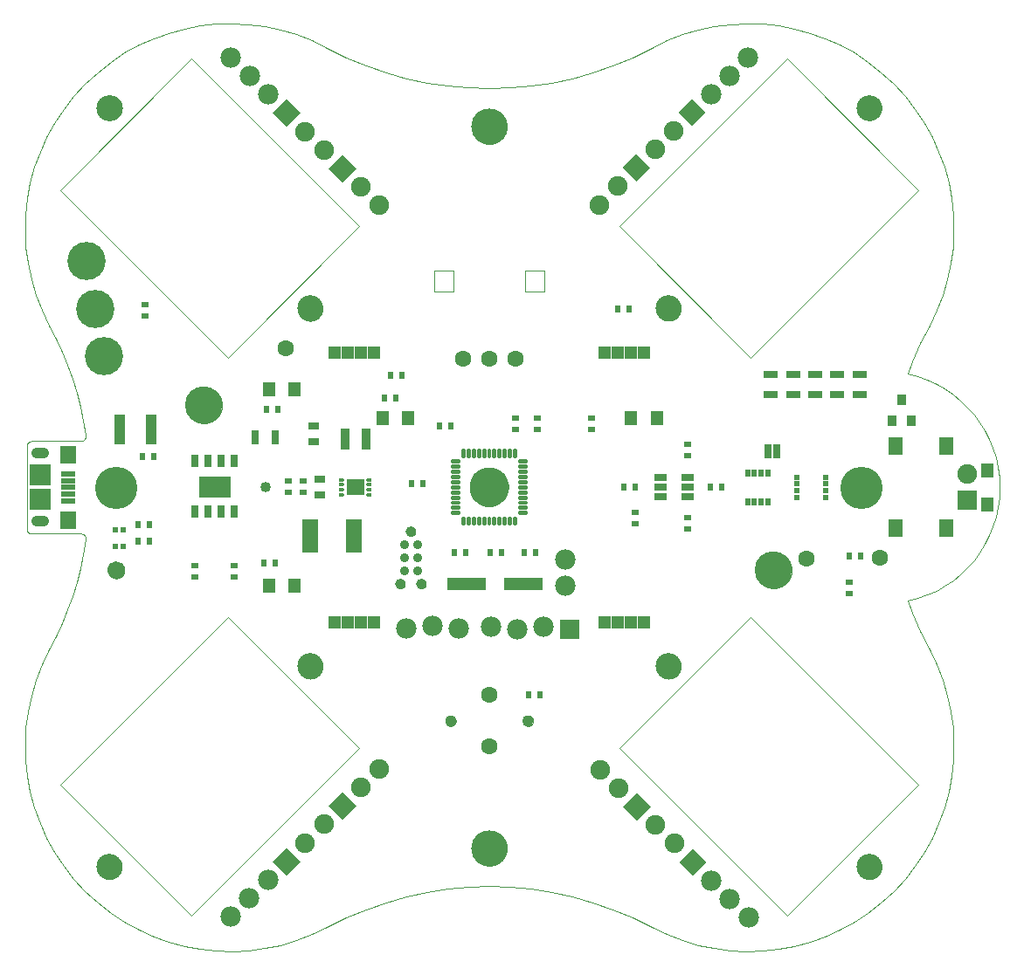
<source format=gts>
G75*
%MOIN*%
%OFA0B0*%
%FSLAX25Y25*%
%IPPOS*%
%LPD*%
%AMOC8*
5,1,8,0,0,1.08239X$1,22.5*
%
%ADD10C,0.00000*%
%ADD11C,0.13786*%
%ADD12C,0.09849*%
%ADD13C,0.00394*%
%ADD14R,0.02500X0.04534*%
%ADD15R,0.12400X0.08400*%
%ADD16R,0.04337X0.11424*%
%ADD17R,0.05124X0.02565*%
%ADD18C,0.03500*%
%ADD19C,0.03900*%
%ADD20R,0.07800X0.07800*%
%ADD21C,0.07800*%
%ADD22R,0.01975X0.02762*%
%ADD23C,0.14180*%
%ADD24C,0.16148*%
%ADD25C,0.06699*%
%ADD26R,0.01975X0.02369*%
%ADD27C,0.01384*%
%ADD28R,0.01483X0.01384*%
%ADD29R,0.00597X0.01384*%
%ADD30R,0.06699X0.06306*%
%ADD31R,0.06306X0.12998*%
%ADD32R,0.14573X0.05124*%
%ADD33C,0.10000*%
%ADD34C,0.01186*%
%ADD35C,0.14573*%
%ADD36R,0.03550X0.08274*%
%ADD37R,0.05715X0.01975*%
%ADD38R,0.05912X0.06699*%
%ADD39C,0.00039*%
%ADD40R,0.07880X0.07880*%
%ADD41C,0.03943*%
%ADD42R,0.02369X0.02762*%
%ADD43R,0.02762X0.02369*%
%ADD44R,0.02900X0.05400*%
%ADD45R,0.04731X0.05321*%
%ADD46R,0.03943X0.02762*%
%ADD47R,0.03156X0.05518*%
%ADD48R,0.02369X0.01857*%
%ADD49R,0.04534X0.04534*%
%ADD50C,0.06306*%
%ADD51C,0.04337*%
%ADD52R,0.05518X0.03156*%
%ADD53R,0.03550X0.03943*%
%ADD54R,0.05518X0.06502*%
%ADD55C,0.00197*%
%ADD56R,0.04731X0.05518*%
%ADD57R,0.07487X0.07487*%
%ADD58C,0.07487*%
%ADD59C,0.04000*%
%ADD60R,0.07487X0.07487*%
D10*
X0088126Y0065370D02*
X0088128Y0065507D01*
X0088134Y0065645D01*
X0088144Y0065782D01*
X0088158Y0065918D01*
X0088176Y0066055D01*
X0088198Y0066190D01*
X0088224Y0066325D01*
X0088253Y0066459D01*
X0088287Y0066593D01*
X0088324Y0066725D01*
X0088366Y0066856D01*
X0088411Y0066986D01*
X0088460Y0067114D01*
X0088512Y0067241D01*
X0088569Y0067366D01*
X0088628Y0067490D01*
X0088692Y0067612D01*
X0088759Y0067732D01*
X0088829Y0067850D01*
X0088903Y0067966D01*
X0088980Y0068080D01*
X0089061Y0068191D01*
X0089144Y0068300D01*
X0089231Y0068407D01*
X0089321Y0068510D01*
X0089414Y0068612D01*
X0089510Y0068710D01*
X0089608Y0068806D01*
X0089710Y0068899D01*
X0089813Y0068989D01*
X0089920Y0069076D01*
X0090029Y0069159D01*
X0090140Y0069240D01*
X0090254Y0069317D01*
X0090370Y0069391D01*
X0090488Y0069461D01*
X0090608Y0069528D01*
X0090730Y0069592D01*
X0090854Y0069651D01*
X0090979Y0069708D01*
X0091106Y0069760D01*
X0091234Y0069809D01*
X0091364Y0069854D01*
X0091495Y0069896D01*
X0091627Y0069933D01*
X0091761Y0069967D01*
X0091895Y0069996D01*
X0092030Y0070022D01*
X0092165Y0070044D01*
X0092302Y0070062D01*
X0092438Y0070076D01*
X0092575Y0070086D01*
X0092713Y0070092D01*
X0092850Y0070094D01*
X0092987Y0070092D01*
X0093125Y0070086D01*
X0093262Y0070076D01*
X0093398Y0070062D01*
X0093535Y0070044D01*
X0093670Y0070022D01*
X0093805Y0069996D01*
X0093939Y0069967D01*
X0094073Y0069933D01*
X0094205Y0069896D01*
X0094336Y0069854D01*
X0094466Y0069809D01*
X0094594Y0069760D01*
X0094721Y0069708D01*
X0094846Y0069651D01*
X0094970Y0069592D01*
X0095092Y0069528D01*
X0095212Y0069461D01*
X0095330Y0069391D01*
X0095446Y0069317D01*
X0095560Y0069240D01*
X0095671Y0069159D01*
X0095780Y0069076D01*
X0095887Y0068989D01*
X0095990Y0068899D01*
X0096092Y0068806D01*
X0096190Y0068710D01*
X0096286Y0068612D01*
X0096379Y0068510D01*
X0096469Y0068407D01*
X0096556Y0068300D01*
X0096639Y0068191D01*
X0096720Y0068080D01*
X0096797Y0067966D01*
X0096871Y0067850D01*
X0096941Y0067732D01*
X0097008Y0067612D01*
X0097072Y0067490D01*
X0097131Y0067366D01*
X0097188Y0067241D01*
X0097240Y0067114D01*
X0097289Y0066986D01*
X0097334Y0066856D01*
X0097376Y0066725D01*
X0097413Y0066593D01*
X0097447Y0066459D01*
X0097476Y0066325D01*
X0097502Y0066190D01*
X0097524Y0066055D01*
X0097542Y0065918D01*
X0097556Y0065782D01*
X0097566Y0065645D01*
X0097572Y0065507D01*
X0097574Y0065370D01*
X0097572Y0065233D01*
X0097566Y0065095D01*
X0097556Y0064958D01*
X0097542Y0064822D01*
X0097524Y0064685D01*
X0097502Y0064550D01*
X0097476Y0064415D01*
X0097447Y0064281D01*
X0097413Y0064147D01*
X0097376Y0064015D01*
X0097334Y0063884D01*
X0097289Y0063754D01*
X0097240Y0063626D01*
X0097188Y0063499D01*
X0097131Y0063374D01*
X0097072Y0063250D01*
X0097008Y0063128D01*
X0096941Y0063008D01*
X0096871Y0062890D01*
X0096797Y0062774D01*
X0096720Y0062660D01*
X0096639Y0062549D01*
X0096556Y0062440D01*
X0096469Y0062333D01*
X0096379Y0062230D01*
X0096286Y0062128D01*
X0096190Y0062030D01*
X0096092Y0061934D01*
X0095990Y0061841D01*
X0095887Y0061751D01*
X0095780Y0061664D01*
X0095671Y0061581D01*
X0095560Y0061500D01*
X0095446Y0061423D01*
X0095330Y0061349D01*
X0095212Y0061279D01*
X0095092Y0061212D01*
X0094970Y0061148D01*
X0094846Y0061089D01*
X0094721Y0061032D01*
X0094594Y0060980D01*
X0094466Y0060931D01*
X0094336Y0060886D01*
X0094205Y0060844D01*
X0094073Y0060807D01*
X0093939Y0060773D01*
X0093805Y0060744D01*
X0093670Y0060718D01*
X0093535Y0060696D01*
X0093398Y0060678D01*
X0093262Y0060664D01*
X0093125Y0060654D01*
X0092987Y0060648D01*
X0092850Y0060646D01*
X0092713Y0060648D01*
X0092575Y0060654D01*
X0092438Y0060664D01*
X0092302Y0060678D01*
X0092165Y0060696D01*
X0092030Y0060718D01*
X0091895Y0060744D01*
X0091761Y0060773D01*
X0091627Y0060807D01*
X0091495Y0060844D01*
X0091364Y0060886D01*
X0091234Y0060931D01*
X0091106Y0060980D01*
X0090979Y0061032D01*
X0090854Y0061089D01*
X0090730Y0061148D01*
X0090608Y0061212D01*
X0090488Y0061279D01*
X0090370Y0061349D01*
X0090254Y0061423D01*
X0090140Y0061500D01*
X0090029Y0061581D01*
X0089920Y0061664D01*
X0089813Y0061751D01*
X0089710Y0061841D01*
X0089608Y0061934D01*
X0089510Y0062030D01*
X0089414Y0062128D01*
X0089321Y0062230D01*
X0089231Y0062333D01*
X0089144Y0062440D01*
X0089061Y0062549D01*
X0088980Y0062660D01*
X0088903Y0062774D01*
X0088829Y0062890D01*
X0088759Y0063008D01*
X0088692Y0063128D01*
X0088628Y0063250D01*
X0088569Y0063374D01*
X0088512Y0063499D01*
X0088460Y0063626D01*
X0088411Y0063754D01*
X0088366Y0063884D01*
X0088324Y0064015D01*
X0088287Y0064147D01*
X0088253Y0064281D01*
X0088224Y0064415D01*
X0088198Y0064550D01*
X0088176Y0064685D01*
X0088158Y0064822D01*
X0088144Y0064958D01*
X0088134Y0065095D01*
X0088128Y0065233D01*
X0088126Y0065370D01*
X0164741Y0141906D02*
X0164743Y0142043D01*
X0164749Y0142181D01*
X0164759Y0142318D01*
X0164773Y0142454D01*
X0164791Y0142591D01*
X0164813Y0142726D01*
X0164839Y0142861D01*
X0164868Y0142995D01*
X0164902Y0143129D01*
X0164939Y0143261D01*
X0164981Y0143392D01*
X0165026Y0143522D01*
X0165075Y0143650D01*
X0165127Y0143777D01*
X0165184Y0143902D01*
X0165243Y0144026D01*
X0165307Y0144148D01*
X0165374Y0144268D01*
X0165444Y0144386D01*
X0165518Y0144502D01*
X0165595Y0144616D01*
X0165676Y0144727D01*
X0165759Y0144836D01*
X0165846Y0144943D01*
X0165936Y0145046D01*
X0166029Y0145148D01*
X0166125Y0145246D01*
X0166223Y0145342D01*
X0166325Y0145435D01*
X0166428Y0145525D01*
X0166535Y0145612D01*
X0166644Y0145695D01*
X0166755Y0145776D01*
X0166869Y0145853D01*
X0166985Y0145927D01*
X0167103Y0145997D01*
X0167223Y0146064D01*
X0167345Y0146128D01*
X0167469Y0146187D01*
X0167594Y0146244D01*
X0167721Y0146296D01*
X0167849Y0146345D01*
X0167979Y0146390D01*
X0168110Y0146432D01*
X0168242Y0146469D01*
X0168376Y0146503D01*
X0168510Y0146532D01*
X0168645Y0146558D01*
X0168780Y0146580D01*
X0168917Y0146598D01*
X0169053Y0146612D01*
X0169190Y0146622D01*
X0169328Y0146628D01*
X0169465Y0146630D01*
X0169602Y0146628D01*
X0169740Y0146622D01*
X0169877Y0146612D01*
X0170013Y0146598D01*
X0170150Y0146580D01*
X0170285Y0146558D01*
X0170420Y0146532D01*
X0170554Y0146503D01*
X0170688Y0146469D01*
X0170820Y0146432D01*
X0170951Y0146390D01*
X0171081Y0146345D01*
X0171209Y0146296D01*
X0171336Y0146244D01*
X0171461Y0146187D01*
X0171585Y0146128D01*
X0171707Y0146064D01*
X0171827Y0145997D01*
X0171945Y0145927D01*
X0172061Y0145853D01*
X0172175Y0145776D01*
X0172286Y0145695D01*
X0172395Y0145612D01*
X0172502Y0145525D01*
X0172605Y0145435D01*
X0172707Y0145342D01*
X0172805Y0145246D01*
X0172901Y0145148D01*
X0172994Y0145046D01*
X0173084Y0144943D01*
X0173171Y0144836D01*
X0173254Y0144727D01*
X0173335Y0144616D01*
X0173412Y0144502D01*
X0173486Y0144386D01*
X0173556Y0144268D01*
X0173623Y0144148D01*
X0173687Y0144026D01*
X0173746Y0143902D01*
X0173803Y0143777D01*
X0173855Y0143650D01*
X0173904Y0143522D01*
X0173949Y0143392D01*
X0173991Y0143261D01*
X0174028Y0143129D01*
X0174062Y0142995D01*
X0174091Y0142861D01*
X0174117Y0142726D01*
X0174139Y0142591D01*
X0174157Y0142454D01*
X0174171Y0142318D01*
X0174181Y0142181D01*
X0174187Y0142043D01*
X0174189Y0141906D01*
X0174187Y0141769D01*
X0174181Y0141631D01*
X0174171Y0141494D01*
X0174157Y0141358D01*
X0174139Y0141221D01*
X0174117Y0141086D01*
X0174091Y0140951D01*
X0174062Y0140817D01*
X0174028Y0140683D01*
X0173991Y0140551D01*
X0173949Y0140420D01*
X0173904Y0140290D01*
X0173855Y0140162D01*
X0173803Y0140035D01*
X0173746Y0139910D01*
X0173687Y0139786D01*
X0173623Y0139664D01*
X0173556Y0139544D01*
X0173486Y0139426D01*
X0173412Y0139310D01*
X0173335Y0139196D01*
X0173254Y0139085D01*
X0173171Y0138976D01*
X0173084Y0138869D01*
X0172994Y0138766D01*
X0172901Y0138664D01*
X0172805Y0138566D01*
X0172707Y0138470D01*
X0172605Y0138377D01*
X0172502Y0138287D01*
X0172395Y0138200D01*
X0172286Y0138117D01*
X0172175Y0138036D01*
X0172061Y0137959D01*
X0171945Y0137885D01*
X0171827Y0137815D01*
X0171707Y0137748D01*
X0171585Y0137684D01*
X0171461Y0137625D01*
X0171336Y0137568D01*
X0171209Y0137516D01*
X0171081Y0137467D01*
X0170951Y0137422D01*
X0170820Y0137380D01*
X0170688Y0137343D01*
X0170554Y0137309D01*
X0170420Y0137280D01*
X0170285Y0137254D01*
X0170150Y0137232D01*
X0170013Y0137214D01*
X0169877Y0137200D01*
X0169740Y0137190D01*
X0169602Y0137184D01*
X0169465Y0137182D01*
X0169328Y0137184D01*
X0169190Y0137190D01*
X0169053Y0137200D01*
X0168917Y0137214D01*
X0168780Y0137232D01*
X0168645Y0137254D01*
X0168510Y0137280D01*
X0168376Y0137309D01*
X0168242Y0137343D01*
X0168110Y0137380D01*
X0167979Y0137422D01*
X0167849Y0137467D01*
X0167721Y0137516D01*
X0167594Y0137568D01*
X0167469Y0137625D01*
X0167345Y0137684D01*
X0167223Y0137748D01*
X0167103Y0137815D01*
X0166985Y0137885D01*
X0166869Y0137959D01*
X0166755Y0138036D01*
X0166644Y0138117D01*
X0166535Y0138200D01*
X0166428Y0138287D01*
X0166325Y0138377D01*
X0166223Y0138470D01*
X0166125Y0138566D01*
X0166029Y0138664D01*
X0165936Y0138766D01*
X0165846Y0138869D01*
X0165759Y0138976D01*
X0165676Y0139085D01*
X0165595Y0139196D01*
X0165518Y0139310D01*
X0165444Y0139426D01*
X0165374Y0139544D01*
X0165307Y0139664D01*
X0165243Y0139786D01*
X0165184Y0139910D01*
X0165127Y0140035D01*
X0165075Y0140162D01*
X0165026Y0140290D01*
X0164981Y0140420D01*
X0164939Y0140551D01*
X0164902Y0140683D01*
X0164868Y0140817D01*
X0164839Y0140951D01*
X0164813Y0141086D01*
X0164791Y0141221D01*
X0164773Y0141358D01*
X0164759Y0141494D01*
X0164749Y0141631D01*
X0164743Y0141769D01*
X0164741Y0141906D01*
X0202140Y0173471D02*
X0202142Y0173554D01*
X0202148Y0173637D01*
X0202158Y0173720D01*
X0202172Y0173802D01*
X0202189Y0173884D01*
X0202211Y0173964D01*
X0202236Y0174043D01*
X0202265Y0174121D01*
X0202298Y0174198D01*
X0202335Y0174273D01*
X0202374Y0174346D01*
X0202418Y0174417D01*
X0202464Y0174486D01*
X0202514Y0174553D01*
X0202567Y0174617D01*
X0202623Y0174679D01*
X0202682Y0174738D01*
X0202744Y0174794D01*
X0202808Y0174847D01*
X0202875Y0174897D01*
X0202944Y0174943D01*
X0203015Y0174987D01*
X0203088Y0175026D01*
X0203163Y0175063D01*
X0203240Y0175096D01*
X0203318Y0175125D01*
X0203397Y0175150D01*
X0203477Y0175172D01*
X0203559Y0175189D01*
X0203641Y0175203D01*
X0203724Y0175213D01*
X0203807Y0175219D01*
X0203890Y0175221D01*
X0203973Y0175219D01*
X0204056Y0175213D01*
X0204139Y0175203D01*
X0204221Y0175189D01*
X0204303Y0175172D01*
X0204383Y0175150D01*
X0204462Y0175125D01*
X0204540Y0175096D01*
X0204617Y0175063D01*
X0204692Y0175026D01*
X0204765Y0174987D01*
X0204836Y0174943D01*
X0204905Y0174897D01*
X0204972Y0174847D01*
X0205036Y0174794D01*
X0205098Y0174738D01*
X0205157Y0174679D01*
X0205213Y0174617D01*
X0205266Y0174553D01*
X0205316Y0174486D01*
X0205362Y0174417D01*
X0205406Y0174346D01*
X0205445Y0174273D01*
X0205482Y0174198D01*
X0205515Y0174121D01*
X0205544Y0174043D01*
X0205569Y0173964D01*
X0205591Y0173884D01*
X0205608Y0173802D01*
X0205622Y0173720D01*
X0205632Y0173637D01*
X0205638Y0173554D01*
X0205640Y0173471D01*
X0205638Y0173388D01*
X0205632Y0173305D01*
X0205622Y0173222D01*
X0205608Y0173140D01*
X0205591Y0173058D01*
X0205569Y0172978D01*
X0205544Y0172899D01*
X0205515Y0172821D01*
X0205482Y0172744D01*
X0205445Y0172669D01*
X0205406Y0172596D01*
X0205362Y0172525D01*
X0205316Y0172456D01*
X0205266Y0172389D01*
X0205213Y0172325D01*
X0205157Y0172263D01*
X0205098Y0172204D01*
X0205036Y0172148D01*
X0204972Y0172095D01*
X0204905Y0172045D01*
X0204836Y0171999D01*
X0204765Y0171955D01*
X0204692Y0171916D01*
X0204617Y0171879D01*
X0204540Y0171846D01*
X0204462Y0171817D01*
X0204383Y0171792D01*
X0204303Y0171770D01*
X0204221Y0171753D01*
X0204139Y0171739D01*
X0204056Y0171729D01*
X0203973Y0171723D01*
X0203890Y0171721D01*
X0203807Y0171723D01*
X0203724Y0171729D01*
X0203641Y0171739D01*
X0203559Y0171753D01*
X0203477Y0171770D01*
X0203397Y0171792D01*
X0203318Y0171817D01*
X0203240Y0171846D01*
X0203163Y0171879D01*
X0203088Y0171916D01*
X0203015Y0171955D01*
X0202944Y0171999D01*
X0202875Y0172045D01*
X0202808Y0172095D01*
X0202744Y0172148D01*
X0202682Y0172204D01*
X0202623Y0172263D01*
X0202567Y0172325D01*
X0202514Y0172389D01*
X0202464Y0172456D01*
X0202418Y0172525D01*
X0202374Y0172596D01*
X0202335Y0172669D01*
X0202298Y0172744D01*
X0202265Y0172821D01*
X0202236Y0172899D01*
X0202211Y0172978D01*
X0202189Y0173058D01*
X0202172Y0173140D01*
X0202158Y0173222D01*
X0202148Y0173305D01*
X0202142Y0173388D01*
X0202140Y0173471D01*
X0210140Y0173471D02*
X0210142Y0173554D01*
X0210148Y0173637D01*
X0210158Y0173720D01*
X0210172Y0173802D01*
X0210189Y0173884D01*
X0210211Y0173964D01*
X0210236Y0174043D01*
X0210265Y0174121D01*
X0210298Y0174198D01*
X0210335Y0174273D01*
X0210374Y0174346D01*
X0210418Y0174417D01*
X0210464Y0174486D01*
X0210514Y0174553D01*
X0210567Y0174617D01*
X0210623Y0174679D01*
X0210682Y0174738D01*
X0210744Y0174794D01*
X0210808Y0174847D01*
X0210875Y0174897D01*
X0210944Y0174943D01*
X0211015Y0174987D01*
X0211088Y0175026D01*
X0211163Y0175063D01*
X0211240Y0175096D01*
X0211318Y0175125D01*
X0211397Y0175150D01*
X0211477Y0175172D01*
X0211559Y0175189D01*
X0211641Y0175203D01*
X0211724Y0175213D01*
X0211807Y0175219D01*
X0211890Y0175221D01*
X0211973Y0175219D01*
X0212056Y0175213D01*
X0212139Y0175203D01*
X0212221Y0175189D01*
X0212303Y0175172D01*
X0212383Y0175150D01*
X0212462Y0175125D01*
X0212540Y0175096D01*
X0212617Y0175063D01*
X0212692Y0175026D01*
X0212765Y0174987D01*
X0212836Y0174943D01*
X0212905Y0174897D01*
X0212972Y0174847D01*
X0213036Y0174794D01*
X0213098Y0174738D01*
X0213157Y0174679D01*
X0213213Y0174617D01*
X0213266Y0174553D01*
X0213316Y0174486D01*
X0213362Y0174417D01*
X0213406Y0174346D01*
X0213445Y0174273D01*
X0213482Y0174198D01*
X0213515Y0174121D01*
X0213544Y0174043D01*
X0213569Y0173964D01*
X0213591Y0173884D01*
X0213608Y0173802D01*
X0213622Y0173720D01*
X0213632Y0173637D01*
X0213638Y0173554D01*
X0213640Y0173471D01*
X0213638Y0173388D01*
X0213632Y0173305D01*
X0213622Y0173222D01*
X0213608Y0173140D01*
X0213591Y0173058D01*
X0213569Y0172978D01*
X0213544Y0172899D01*
X0213515Y0172821D01*
X0213482Y0172744D01*
X0213445Y0172669D01*
X0213406Y0172596D01*
X0213362Y0172525D01*
X0213316Y0172456D01*
X0213266Y0172389D01*
X0213213Y0172325D01*
X0213157Y0172263D01*
X0213098Y0172204D01*
X0213036Y0172148D01*
X0212972Y0172095D01*
X0212905Y0172045D01*
X0212836Y0171999D01*
X0212765Y0171955D01*
X0212692Y0171916D01*
X0212617Y0171879D01*
X0212540Y0171846D01*
X0212462Y0171817D01*
X0212383Y0171792D01*
X0212303Y0171770D01*
X0212221Y0171753D01*
X0212139Y0171739D01*
X0212056Y0171729D01*
X0211973Y0171723D01*
X0211890Y0171721D01*
X0211807Y0171723D01*
X0211724Y0171729D01*
X0211641Y0171739D01*
X0211559Y0171753D01*
X0211477Y0171770D01*
X0211397Y0171792D01*
X0211318Y0171817D01*
X0211240Y0171846D01*
X0211163Y0171879D01*
X0211088Y0171916D01*
X0211015Y0171955D01*
X0210944Y0171999D01*
X0210875Y0172045D01*
X0210808Y0172095D01*
X0210744Y0172148D01*
X0210682Y0172204D01*
X0210623Y0172263D01*
X0210567Y0172325D01*
X0210514Y0172389D01*
X0210464Y0172456D01*
X0210418Y0172525D01*
X0210374Y0172596D01*
X0210335Y0172669D01*
X0210298Y0172744D01*
X0210265Y0172821D01*
X0210236Y0172899D01*
X0210211Y0172978D01*
X0210189Y0173058D01*
X0210172Y0173140D01*
X0210158Y0173222D01*
X0210148Y0173305D01*
X0210142Y0173388D01*
X0210140Y0173471D01*
X0206140Y0193471D02*
X0206142Y0193554D01*
X0206148Y0193637D01*
X0206158Y0193720D01*
X0206172Y0193802D01*
X0206189Y0193884D01*
X0206211Y0193964D01*
X0206236Y0194043D01*
X0206265Y0194121D01*
X0206298Y0194198D01*
X0206335Y0194273D01*
X0206374Y0194346D01*
X0206418Y0194417D01*
X0206464Y0194486D01*
X0206514Y0194553D01*
X0206567Y0194617D01*
X0206623Y0194679D01*
X0206682Y0194738D01*
X0206744Y0194794D01*
X0206808Y0194847D01*
X0206875Y0194897D01*
X0206944Y0194943D01*
X0207015Y0194987D01*
X0207088Y0195026D01*
X0207163Y0195063D01*
X0207240Y0195096D01*
X0207318Y0195125D01*
X0207397Y0195150D01*
X0207477Y0195172D01*
X0207559Y0195189D01*
X0207641Y0195203D01*
X0207724Y0195213D01*
X0207807Y0195219D01*
X0207890Y0195221D01*
X0207973Y0195219D01*
X0208056Y0195213D01*
X0208139Y0195203D01*
X0208221Y0195189D01*
X0208303Y0195172D01*
X0208383Y0195150D01*
X0208462Y0195125D01*
X0208540Y0195096D01*
X0208617Y0195063D01*
X0208692Y0195026D01*
X0208765Y0194987D01*
X0208836Y0194943D01*
X0208905Y0194897D01*
X0208972Y0194847D01*
X0209036Y0194794D01*
X0209098Y0194738D01*
X0209157Y0194679D01*
X0209213Y0194617D01*
X0209266Y0194553D01*
X0209316Y0194486D01*
X0209362Y0194417D01*
X0209406Y0194346D01*
X0209445Y0194273D01*
X0209482Y0194198D01*
X0209515Y0194121D01*
X0209544Y0194043D01*
X0209569Y0193964D01*
X0209591Y0193884D01*
X0209608Y0193802D01*
X0209622Y0193720D01*
X0209632Y0193637D01*
X0209638Y0193554D01*
X0209640Y0193471D01*
X0209638Y0193388D01*
X0209632Y0193305D01*
X0209622Y0193222D01*
X0209608Y0193140D01*
X0209591Y0193058D01*
X0209569Y0192978D01*
X0209544Y0192899D01*
X0209515Y0192821D01*
X0209482Y0192744D01*
X0209445Y0192669D01*
X0209406Y0192596D01*
X0209362Y0192525D01*
X0209316Y0192456D01*
X0209266Y0192389D01*
X0209213Y0192325D01*
X0209157Y0192263D01*
X0209098Y0192204D01*
X0209036Y0192148D01*
X0208972Y0192095D01*
X0208905Y0192045D01*
X0208836Y0191999D01*
X0208765Y0191955D01*
X0208692Y0191916D01*
X0208617Y0191879D01*
X0208540Y0191846D01*
X0208462Y0191817D01*
X0208383Y0191792D01*
X0208303Y0191770D01*
X0208221Y0191753D01*
X0208139Y0191739D01*
X0208056Y0191729D01*
X0207973Y0191723D01*
X0207890Y0191721D01*
X0207807Y0191723D01*
X0207724Y0191729D01*
X0207641Y0191739D01*
X0207559Y0191753D01*
X0207477Y0191770D01*
X0207397Y0191792D01*
X0207318Y0191817D01*
X0207240Y0191846D01*
X0207163Y0191879D01*
X0207088Y0191916D01*
X0207015Y0191955D01*
X0206944Y0191999D01*
X0206875Y0192045D01*
X0206808Y0192095D01*
X0206744Y0192148D01*
X0206682Y0192204D01*
X0206623Y0192263D01*
X0206567Y0192325D01*
X0206514Y0192389D01*
X0206464Y0192456D01*
X0206418Y0192525D01*
X0206374Y0192596D01*
X0206335Y0192669D01*
X0206298Y0192744D01*
X0206265Y0192821D01*
X0206236Y0192899D01*
X0206211Y0192978D01*
X0206189Y0193058D01*
X0206172Y0193140D01*
X0206158Y0193222D01*
X0206148Y0193305D01*
X0206142Y0193388D01*
X0206140Y0193471D01*
X0122063Y0241630D02*
X0122065Y0241799D01*
X0122071Y0241968D01*
X0122082Y0242137D01*
X0122096Y0242305D01*
X0122115Y0242473D01*
X0122138Y0242641D01*
X0122164Y0242808D01*
X0122195Y0242974D01*
X0122230Y0243140D01*
X0122269Y0243304D01*
X0122313Y0243468D01*
X0122360Y0243630D01*
X0122411Y0243791D01*
X0122466Y0243951D01*
X0122525Y0244110D01*
X0122587Y0244267D01*
X0122654Y0244422D01*
X0122725Y0244576D01*
X0122799Y0244728D01*
X0122877Y0244878D01*
X0122958Y0245026D01*
X0123043Y0245172D01*
X0123132Y0245316D01*
X0123224Y0245458D01*
X0123320Y0245597D01*
X0123419Y0245734D01*
X0123521Y0245869D01*
X0123627Y0246001D01*
X0123736Y0246130D01*
X0123848Y0246257D01*
X0123963Y0246381D01*
X0124081Y0246502D01*
X0124202Y0246620D01*
X0124326Y0246735D01*
X0124453Y0246847D01*
X0124582Y0246956D01*
X0124714Y0247062D01*
X0124849Y0247164D01*
X0124986Y0247263D01*
X0125125Y0247359D01*
X0125267Y0247451D01*
X0125411Y0247540D01*
X0125557Y0247625D01*
X0125705Y0247706D01*
X0125855Y0247784D01*
X0126007Y0247858D01*
X0126161Y0247929D01*
X0126316Y0247996D01*
X0126473Y0248058D01*
X0126632Y0248117D01*
X0126792Y0248172D01*
X0126953Y0248223D01*
X0127115Y0248270D01*
X0127279Y0248314D01*
X0127443Y0248353D01*
X0127609Y0248388D01*
X0127775Y0248419D01*
X0127942Y0248445D01*
X0128110Y0248468D01*
X0128278Y0248487D01*
X0128446Y0248501D01*
X0128615Y0248512D01*
X0128784Y0248518D01*
X0128953Y0248520D01*
X0129122Y0248518D01*
X0129291Y0248512D01*
X0129460Y0248501D01*
X0129628Y0248487D01*
X0129796Y0248468D01*
X0129964Y0248445D01*
X0130131Y0248419D01*
X0130297Y0248388D01*
X0130463Y0248353D01*
X0130627Y0248314D01*
X0130791Y0248270D01*
X0130953Y0248223D01*
X0131114Y0248172D01*
X0131274Y0248117D01*
X0131433Y0248058D01*
X0131590Y0247996D01*
X0131745Y0247929D01*
X0131899Y0247858D01*
X0132051Y0247784D01*
X0132201Y0247706D01*
X0132349Y0247625D01*
X0132495Y0247540D01*
X0132639Y0247451D01*
X0132781Y0247359D01*
X0132920Y0247263D01*
X0133057Y0247164D01*
X0133192Y0247062D01*
X0133324Y0246956D01*
X0133453Y0246847D01*
X0133580Y0246735D01*
X0133704Y0246620D01*
X0133825Y0246502D01*
X0133943Y0246381D01*
X0134058Y0246257D01*
X0134170Y0246130D01*
X0134279Y0246001D01*
X0134385Y0245869D01*
X0134487Y0245734D01*
X0134586Y0245597D01*
X0134682Y0245458D01*
X0134774Y0245316D01*
X0134863Y0245172D01*
X0134948Y0245026D01*
X0135029Y0244878D01*
X0135107Y0244728D01*
X0135181Y0244576D01*
X0135252Y0244422D01*
X0135319Y0244267D01*
X0135381Y0244110D01*
X0135440Y0243951D01*
X0135495Y0243791D01*
X0135546Y0243630D01*
X0135593Y0243468D01*
X0135637Y0243304D01*
X0135676Y0243140D01*
X0135711Y0242974D01*
X0135742Y0242808D01*
X0135768Y0242641D01*
X0135791Y0242473D01*
X0135810Y0242305D01*
X0135824Y0242137D01*
X0135835Y0241968D01*
X0135841Y0241799D01*
X0135843Y0241630D01*
X0135841Y0241461D01*
X0135835Y0241292D01*
X0135824Y0241123D01*
X0135810Y0240955D01*
X0135791Y0240787D01*
X0135768Y0240619D01*
X0135742Y0240452D01*
X0135711Y0240286D01*
X0135676Y0240120D01*
X0135637Y0239956D01*
X0135593Y0239792D01*
X0135546Y0239630D01*
X0135495Y0239469D01*
X0135440Y0239309D01*
X0135381Y0239150D01*
X0135319Y0238993D01*
X0135252Y0238838D01*
X0135181Y0238684D01*
X0135107Y0238532D01*
X0135029Y0238382D01*
X0134948Y0238234D01*
X0134863Y0238088D01*
X0134774Y0237944D01*
X0134682Y0237802D01*
X0134586Y0237663D01*
X0134487Y0237526D01*
X0134385Y0237391D01*
X0134279Y0237259D01*
X0134170Y0237130D01*
X0134058Y0237003D01*
X0133943Y0236879D01*
X0133825Y0236758D01*
X0133704Y0236640D01*
X0133580Y0236525D01*
X0133453Y0236413D01*
X0133324Y0236304D01*
X0133192Y0236198D01*
X0133057Y0236096D01*
X0132920Y0235997D01*
X0132781Y0235901D01*
X0132639Y0235809D01*
X0132495Y0235720D01*
X0132349Y0235635D01*
X0132201Y0235554D01*
X0132051Y0235476D01*
X0131899Y0235402D01*
X0131745Y0235331D01*
X0131590Y0235264D01*
X0131433Y0235202D01*
X0131274Y0235143D01*
X0131114Y0235088D01*
X0130953Y0235037D01*
X0130791Y0234990D01*
X0130627Y0234946D01*
X0130463Y0234907D01*
X0130297Y0234872D01*
X0130131Y0234841D01*
X0129964Y0234815D01*
X0129796Y0234792D01*
X0129628Y0234773D01*
X0129460Y0234759D01*
X0129291Y0234748D01*
X0129122Y0234742D01*
X0128953Y0234740D01*
X0128784Y0234742D01*
X0128615Y0234748D01*
X0128446Y0234759D01*
X0128278Y0234773D01*
X0128110Y0234792D01*
X0127942Y0234815D01*
X0127775Y0234841D01*
X0127609Y0234872D01*
X0127443Y0234907D01*
X0127279Y0234946D01*
X0127115Y0234990D01*
X0126953Y0235037D01*
X0126792Y0235088D01*
X0126632Y0235143D01*
X0126473Y0235202D01*
X0126316Y0235264D01*
X0126161Y0235331D01*
X0126007Y0235402D01*
X0125855Y0235476D01*
X0125705Y0235554D01*
X0125557Y0235635D01*
X0125411Y0235720D01*
X0125267Y0235809D01*
X0125125Y0235901D01*
X0124986Y0235997D01*
X0124849Y0236096D01*
X0124714Y0236198D01*
X0124582Y0236304D01*
X0124453Y0236413D01*
X0124326Y0236525D01*
X0124202Y0236640D01*
X0124081Y0236758D01*
X0123963Y0236879D01*
X0123848Y0237003D01*
X0123736Y0237130D01*
X0123627Y0237259D01*
X0123521Y0237391D01*
X0123419Y0237526D01*
X0123320Y0237663D01*
X0123224Y0237802D01*
X0123132Y0237944D01*
X0123043Y0238088D01*
X0122958Y0238234D01*
X0122877Y0238382D01*
X0122799Y0238532D01*
X0122725Y0238684D01*
X0122654Y0238838D01*
X0122587Y0238993D01*
X0122525Y0239150D01*
X0122466Y0239309D01*
X0122411Y0239469D01*
X0122360Y0239630D01*
X0122313Y0239792D01*
X0122269Y0239956D01*
X0122230Y0240120D01*
X0122195Y0240286D01*
X0122164Y0240452D01*
X0122138Y0240619D01*
X0122115Y0240787D01*
X0122096Y0240955D01*
X0122082Y0241123D01*
X0122071Y0241292D01*
X0122065Y0241461D01*
X0122063Y0241630D01*
X0164701Y0278559D02*
X0164703Y0278696D01*
X0164709Y0278834D01*
X0164719Y0278971D01*
X0164733Y0279107D01*
X0164751Y0279244D01*
X0164773Y0279379D01*
X0164799Y0279514D01*
X0164828Y0279648D01*
X0164862Y0279782D01*
X0164899Y0279914D01*
X0164941Y0280045D01*
X0164986Y0280175D01*
X0165035Y0280303D01*
X0165087Y0280430D01*
X0165144Y0280555D01*
X0165203Y0280679D01*
X0165267Y0280801D01*
X0165334Y0280921D01*
X0165404Y0281039D01*
X0165478Y0281155D01*
X0165555Y0281269D01*
X0165636Y0281380D01*
X0165719Y0281489D01*
X0165806Y0281596D01*
X0165896Y0281699D01*
X0165989Y0281801D01*
X0166085Y0281899D01*
X0166183Y0281995D01*
X0166285Y0282088D01*
X0166388Y0282178D01*
X0166495Y0282265D01*
X0166604Y0282348D01*
X0166715Y0282429D01*
X0166829Y0282506D01*
X0166945Y0282580D01*
X0167063Y0282650D01*
X0167183Y0282717D01*
X0167305Y0282781D01*
X0167429Y0282840D01*
X0167554Y0282897D01*
X0167681Y0282949D01*
X0167809Y0282998D01*
X0167939Y0283043D01*
X0168070Y0283085D01*
X0168202Y0283122D01*
X0168336Y0283156D01*
X0168470Y0283185D01*
X0168605Y0283211D01*
X0168740Y0283233D01*
X0168877Y0283251D01*
X0169013Y0283265D01*
X0169150Y0283275D01*
X0169288Y0283281D01*
X0169425Y0283283D01*
X0169562Y0283281D01*
X0169700Y0283275D01*
X0169837Y0283265D01*
X0169973Y0283251D01*
X0170110Y0283233D01*
X0170245Y0283211D01*
X0170380Y0283185D01*
X0170514Y0283156D01*
X0170648Y0283122D01*
X0170780Y0283085D01*
X0170911Y0283043D01*
X0171041Y0282998D01*
X0171169Y0282949D01*
X0171296Y0282897D01*
X0171421Y0282840D01*
X0171545Y0282781D01*
X0171667Y0282717D01*
X0171787Y0282650D01*
X0171905Y0282580D01*
X0172021Y0282506D01*
X0172135Y0282429D01*
X0172246Y0282348D01*
X0172355Y0282265D01*
X0172462Y0282178D01*
X0172565Y0282088D01*
X0172667Y0281995D01*
X0172765Y0281899D01*
X0172861Y0281801D01*
X0172954Y0281699D01*
X0173044Y0281596D01*
X0173131Y0281489D01*
X0173214Y0281380D01*
X0173295Y0281269D01*
X0173372Y0281155D01*
X0173446Y0281039D01*
X0173516Y0280921D01*
X0173583Y0280801D01*
X0173647Y0280679D01*
X0173706Y0280555D01*
X0173763Y0280430D01*
X0173815Y0280303D01*
X0173864Y0280175D01*
X0173909Y0280045D01*
X0173951Y0279914D01*
X0173988Y0279782D01*
X0174022Y0279648D01*
X0174051Y0279514D01*
X0174077Y0279379D01*
X0174099Y0279244D01*
X0174117Y0279107D01*
X0174131Y0278971D01*
X0174141Y0278834D01*
X0174147Y0278696D01*
X0174149Y0278559D01*
X0174147Y0278422D01*
X0174141Y0278284D01*
X0174131Y0278147D01*
X0174117Y0278011D01*
X0174099Y0277874D01*
X0174077Y0277739D01*
X0174051Y0277604D01*
X0174022Y0277470D01*
X0173988Y0277336D01*
X0173951Y0277204D01*
X0173909Y0277073D01*
X0173864Y0276943D01*
X0173815Y0276815D01*
X0173763Y0276688D01*
X0173706Y0276563D01*
X0173647Y0276439D01*
X0173583Y0276317D01*
X0173516Y0276197D01*
X0173446Y0276079D01*
X0173372Y0275963D01*
X0173295Y0275849D01*
X0173214Y0275738D01*
X0173131Y0275629D01*
X0173044Y0275522D01*
X0172954Y0275419D01*
X0172861Y0275317D01*
X0172765Y0275219D01*
X0172667Y0275123D01*
X0172565Y0275030D01*
X0172462Y0274940D01*
X0172355Y0274853D01*
X0172246Y0274770D01*
X0172135Y0274689D01*
X0172021Y0274612D01*
X0171905Y0274538D01*
X0171787Y0274468D01*
X0171667Y0274401D01*
X0171545Y0274337D01*
X0171421Y0274278D01*
X0171296Y0274221D01*
X0171169Y0274169D01*
X0171041Y0274120D01*
X0170911Y0274075D01*
X0170780Y0274033D01*
X0170648Y0273996D01*
X0170514Y0273962D01*
X0170380Y0273933D01*
X0170245Y0273907D01*
X0170110Y0273885D01*
X0169973Y0273867D01*
X0169837Y0273853D01*
X0169700Y0273843D01*
X0169562Y0273837D01*
X0169425Y0273835D01*
X0169288Y0273837D01*
X0169150Y0273843D01*
X0169013Y0273853D01*
X0168877Y0273867D01*
X0168740Y0273885D01*
X0168605Y0273907D01*
X0168470Y0273933D01*
X0168336Y0273962D01*
X0168202Y0273996D01*
X0168070Y0274033D01*
X0167939Y0274075D01*
X0167809Y0274120D01*
X0167681Y0274169D01*
X0167554Y0274221D01*
X0167429Y0274278D01*
X0167305Y0274337D01*
X0167183Y0274401D01*
X0167063Y0274468D01*
X0166945Y0274538D01*
X0166829Y0274612D01*
X0166715Y0274689D01*
X0166604Y0274770D01*
X0166495Y0274853D01*
X0166388Y0274940D01*
X0166285Y0275030D01*
X0166183Y0275123D01*
X0166085Y0275219D01*
X0165989Y0275317D01*
X0165896Y0275419D01*
X0165806Y0275522D01*
X0165719Y0275629D01*
X0165636Y0275738D01*
X0165555Y0275849D01*
X0165478Y0275963D01*
X0165404Y0276079D01*
X0165334Y0276197D01*
X0165267Y0276317D01*
X0165203Y0276439D01*
X0165144Y0276563D01*
X0165087Y0276688D01*
X0165035Y0276815D01*
X0164986Y0276943D01*
X0164941Y0277073D01*
X0164899Y0277204D01*
X0164862Y0277336D01*
X0164828Y0277470D01*
X0164799Y0277604D01*
X0164773Y0277739D01*
X0164751Y0277874D01*
X0164733Y0278011D01*
X0164719Y0278147D01*
X0164709Y0278284D01*
X0164703Y0278422D01*
X0164701Y0278559D01*
X0231118Y0348047D02*
X0231120Y0348211D01*
X0231126Y0348375D01*
X0231136Y0348539D01*
X0231150Y0348703D01*
X0231168Y0348866D01*
X0231190Y0349029D01*
X0231217Y0349191D01*
X0231247Y0349353D01*
X0231281Y0349513D01*
X0231319Y0349673D01*
X0231360Y0349832D01*
X0231406Y0349990D01*
X0231456Y0350146D01*
X0231509Y0350302D01*
X0231566Y0350456D01*
X0231627Y0350608D01*
X0231692Y0350759D01*
X0231761Y0350909D01*
X0231833Y0351056D01*
X0231908Y0351202D01*
X0231988Y0351346D01*
X0232070Y0351488D01*
X0232156Y0351628D01*
X0232246Y0351765D01*
X0232339Y0351901D01*
X0232435Y0352034D01*
X0232535Y0352165D01*
X0232637Y0352293D01*
X0232743Y0352419D01*
X0232852Y0352542D01*
X0232964Y0352662D01*
X0233078Y0352780D01*
X0233196Y0352894D01*
X0233316Y0353006D01*
X0233439Y0353115D01*
X0233565Y0353221D01*
X0233693Y0353323D01*
X0233824Y0353423D01*
X0233957Y0353519D01*
X0234093Y0353612D01*
X0234230Y0353702D01*
X0234370Y0353788D01*
X0234512Y0353870D01*
X0234656Y0353950D01*
X0234802Y0354025D01*
X0234949Y0354097D01*
X0235099Y0354166D01*
X0235250Y0354231D01*
X0235402Y0354292D01*
X0235556Y0354349D01*
X0235712Y0354402D01*
X0235868Y0354452D01*
X0236026Y0354498D01*
X0236185Y0354539D01*
X0236345Y0354577D01*
X0236505Y0354611D01*
X0236667Y0354641D01*
X0236829Y0354668D01*
X0236992Y0354690D01*
X0237155Y0354708D01*
X0237319Y0354722D01*
X0237483Y0354732D01*
X0237647Y0354738D01*
X0237811Y0354740D01*
X0237975Y0354738D01*
X0238139Y0354732D01*
X0238303Y0354722D01*
X0238467Y0354708D01*
X0238630Y0354690D01*
X0238793Y0354668D01*
X0238955Y0354641D01*
X0239117Y0354611D01*
X0239277Y0354577D01*
X0239437Y0354539D01*
X0239596Y0354498D01*
X0239754Y0354452D01*
X0239910Y0354402D01*
X0240066Y0354349D01*
X0240220Y0354292D01*
X0240372Y0354231D01*
X0240523Y0354166D01*
X0240673Y0354097D01*
X0240820Y0354025D01*
X0240966Y0353950D01*
X0241110Y0353870D01*
X0241252Y0353788D01*
X0241392Y0353702D01*
X0241529Y0353612D01*
X0241665Y0353519D01*
X0241798Y0353423D01*
X0241929Y0353323D01*
X0242057Y0353221D01*
X0242183Y0353115D01*
X0242306Y0353006D01*
X0242426Y0352894D01*
X0242544Y0352780D01*
X0242658Y0352662D01*
X0242770Y0352542D01*
X0242879Y0352419D01*
X0242985Y0352293D01*
X0243087Y0352165D01*
X0243187Y0352034D01*
X0243283Y0351901D01*
X0243376Y0351765D01*
X0243466Y0351628D01*
X0243552Y0351488D01*
X0243634Y0351346D01*
X0243714Y0351202D01*
X0243789Y0351056D01*
X0243861Y0350909D01*
X0243930Y0350759D01*
X0243995Y0350608D01*
X0244056Y0350456D01*
X0244113Y0350302D01*
X0244166Y0350146D01*
X0244216Y0349990D01*
X0244262Y0349832D01*
X0244303Y0349673D01*
X0244341Y0349513D01*
X0244375Y0349353D01*
X0244405Y0349191D01*
X0244432Y0349029D01*
X0244454Y0348866D01*
X0244472Y0348703D01*
X0244486Y0348539D01*
X0244496Y0348375D01*
X0244502Y0348211D01*
X0244504Y0348047D01*
X0244502Y0347883D01*
X0244496Y0347719D01*
X0244486Y0347555D01*
X0244472Y0347391D01*
X0244454Y0347228D01*
X0244432Y0347065D01*
X0244405Y0346903D01*
X0244375Y0346741D01*
X0244341Y0346581D01*
X0244303Y0346421D01*
X0244262Y0346262D01*
X0244216Y0346104D01*
X0244166Y0345948D01*
X0244113Y0345792D01*
X0244056Y0345638D01*
X0243995Y0345486D01*
X0243930Y0345335D01*
X0243861Y0345185D01*
X0243789Y0345038D01*
X0243714Y0344892D01*
X0243634Y0344748D01*
X0243552Y0344606D01*
X0243466Y0344466D01*
X0243376Y0344329D01*
X0243283Y0344193D01*
X0243187Y0344060D01*
X0243087Y0343929D01*
X0242985Y0343801D01*
X0242879Y0343675D01*
X0242770Y0343552D01*
X0242658Y0343432D01*
X0242544Y0343314D01*
X0242426Y0343200D01*
X0242306Y0343088D01*
X0242183Y0342979D01*
X0242057Y0342873D01*
X0241929Y0342771D01*
X0241798Y0342671D01*
X0241665Y0342575D01*
X0241529Y0342482D01*
X0241392Y0342392D01*
X0241252Y0342306D01*
X0241110Y0342224D01*
X0240966Y0342144D01*
X0240820Y0342069D01*
X0240673Y0341997D01*
X0240523Y0341928D01*
X0240372Y0341863D01*
X0240220Y0341802D01*
X0240066Y0341745D01*
X0239910Y0341692D01*
X0239754Y0341642D01*
X0239596Y0341596D01*
X0239437Y0341555D01*
X0239277Y0341517D01*
X0239117Y0341483D01*
X0238955Y0341453D01*
X0238793Y0341426D01*
X0238630Y0341404D01*
X0238467Y0341386D01*
X0238303Y0341372D01*
X0238139Y0341362D01*
X0237975Y0341356D01*
X0237811Y0341354D01*
X0237647Y0341356D01*
X0237483Y0341362D01*
X0237319Y0341372D01*
X0237155Y0341386D01*
X0236992Y0341404D01*
X0236829Y0341426D01*
X0236667Y0341453D01*
X0236505Y0341483D01*
X0236345Y0341517D01*
X0236185Y0341555D01*
X0236026Y0341596D01*
X0235868Y0341642D01*
X0235712Y0341692D01*
X0235556Y0341745D01*
X0235402Y0341802D01*
X0235250Y0341863D01*
X0235099Y0341928D01*
X0234949Y0341997D01*
X0234802Y0342069D01*
X0234656Y0342144D01*
X0234512Y0342224D01*
X0234370Y0342306D01*
X0234230Y0342392D01*
X0234093Y0342482D01*
X0233957Y0342575D01*
X0233824Y0342671D01*
X0233693Y0342771D01*
X0233565Y0342873D01*
X0233439Y0342979D01*
X0233316Y0343088D01*
X0233196Y0343200D01*
X0233078Y0343314D01*
X0232964Y0343432D01*
X0232852Y0343552D01*
X0232743Y0343675D01*
X0232637Y0343801D01*
X0232535Y0343929D01*
X0232435Y0344060D01*
X0232339Y0344193D01*
X0232246Y0344329D01*
X0232156Y0344466D01*
X0232070Y0344606D01*
X0231988Y0344748D01*
X0231908Y0344892D01*
X0231833Y0345038D01*
X0231761Y0345185D01*
X0231692Y0345335D01*
X0231627Y0345486D01*
X0231566Y0345638D01*
X0231509Y0345792D01*
X0231456Y0345948D01*
X0231406Y0346104D01*
X0231360Y0346262D01*
X0231319Y0346421D01*
X0231281Y0346581D01*
X0231247Y0346741D01*
X0231217Y0346903D01*
X0231190Y0347065D01*
X0231168Y0347228D01*
X0231150Y0347391D01*
X0231136Y0347555D01*
X0231126Y0347719D01*
X0231120Y0347883D01*
X0231118Y0348047D01*
X0301433Y0278598D02*
X0301435Y0278735D01*
X0301441Y0278873D01*
X0301451Y0279010D01*
X0301465Y0279146D01*
X0301483Y0279283D01*
X0301505Y0279418D01*
X0301531Y0279553D01*
X0301560Y0279687D01*
X0301594Y0279821D01*
X0301631Y0279953D01*
X0301673Y0280084D01*
X0301718Y0280214D01*
X0301767Y0280342D01*
X0301819Y0280469D01*
X0301876Y0280594D01*
X0301935Y0280718D01*
X0301999Y0280840D01*
X0302066Y0280960D01*
X0302136Y0281078D01*
X0302210Y0281194D01*
X0302287Y0281308D01*
X0302368Y0281419D01*
X0302451Y0281528D01*
X0302538Y0281635D01*
X0302628Y0281738D01*
X0302721Y0281840D01*
X0302817Y0281938D01*
X0302915Y0282034D01*
X0303017Y0282127D01*
X0303120Y0282217D01*
X0303227Y0282304D01*
X0303336Y0282387D01*
X0303447Y0282468D01*
X0303561Y0282545D01*
X0303677Y0282619D01*
X0303795Y0282689D01*
X0303915Y0282756D01*
X0304037Y0282820D01*
X0304161Y0282879D01*
X0304286Y0282936D01*
X0304413Y0282988D01*
X0304541Y0283037D01*
X0304671Y0283082D01*
X0304802Y0283124D01*
X0304934Y0283161D01*
X0305068Y0283195D01*
X0305202Y0283224D01*
X0305337Y0283250D01*
X0305472Y0283272D01*
X0305609Y0283290D01*
X0305745Y0283304D01*
X0305882Y0283314D01*
X0306020Y0283320D01*
X0306157Y0283322D01*
X0306294Y0283320D01*
X0306432Y0283314D01*
X0306569Y0283304D01*
X0306705Y0283290D01*
X0306842Y0283272D01*
X0306977Y0283250D01*
X0307112Y0283224D01*
X0307246Y0283195D01*
X0307380Y0283161D01*
X0307512Y0283124D01*
X0307643Y0283082D01*
X0307773Y0283037D01*
X0307901Y0282988D01*
X0308028Y0282936D01*
X0308153Y0282879D01*
X0308277Y0282820D01*
X0308399Y0282756D01*
X0308519Y0282689D01*
X0308637Y0282619D01*
X0308753Y0282545D01*
X0308867Y0282468D01*
X0308978Y0282387D01*
X0309087Y0282304D01*
X0309194Y0282217D01*
X0309297Y0282127D01*
X0309399Y0282034D01*
X0309497Y0281938D01*
X0309593Y0281840D01*
X0309686Y0281738D01*
X0309776Y0281635D01*
X0309863Y0281528D01*
X0309946Y0281419D01*
X0310027Y0281308D01*
X0310104Y0281194D01*
X0310178Y0281078D01*
X0310248Y0280960D01*
X0310315Y0280840D01*
X0310379Y0280718D01*
X0310438Y0280594D01*
X0310495Y0280469D01*
X0310547Y0280342D01*
X0310596Y0280214D01*
X0310641Y0280084D01*
X0310683Y0279953D01*
X0310720Y0279821D01*
X0310754Y0279687D01*
X0310783Y0279553D01*
X0310809Y0279418D01*
X0310831Y0279283D01*
X0310849Y0279146D01*
X0310863Y0279010D01*
X0310873Y0278873D01*
X0310879Y0278735D01*
X0310881Y0278598D01*
X0310879Y0278461D01*
X0310873Y0278323D01*
X0310863Y0278186D01*
X0310849Y0278050D01*
X0310831Y0277913D01*
X0310809Y0277778D01*
X0310783Y0277643D01*
X0310754Y0277509D01*
X0310720Y0277375D01*
X0310683Y0277243D01*
X0310641Y0277112D01*
X0310596Y0276982D01*
X0310547Y0276854D01*
X0310495Y0276727D01*
X0310438Y0276602D01*
X0310379Y0276478D01*
X0310315Y0276356D01*
X0310248Y0276236D01*
X0310178Y0276118D01*
X0310104Y0276002D01*
X0310027Y0275888D01*
X0309946Y0275777D01*
X0309863Y0275668D01*
X0309776Y0275561D01*
X0309686Y0275458D01*
X0309593Y0275356D01*
X0309497Y0275258D01*
X0309399Y0275162D01*
X0309297Y0275069D01*
X0309194Y0274979D01*
X0309087Y0274892D01*
X0308978Y0274809D01*
X0308867Y0274728D01*
X0308753Y0274651D01*
X0308637Y0274577D01*
X0308519Y0274507D01*
X0308399Y0274440D01*
X0308277Y0274376D01*
X0308153Y0274317D01*
X0308028Y0274260D01*
X0307901Y0274208D01*
X0307773Y0274159D01*
X0307643Y0274114D01*
X0307512Y0274072D01*
X0307380Y0274035D01*
X0307246Y0274001D01*
X0307112Y0273972D01*
X0306977Y0273946D01*
X0306842Y0273924D01*
X0306705Y0273906D01*
X0306569Y0273892D01*
X0306432Y0273882D01*
X0306294Y0273876D01*
X0306157Y0273874D01*
X0306020Y0273876D01*
X0305882Y0273882D01*
X0305745Y0273892D01*
X0305609Y0273906D01*
X0305472Y0273924D01*
X0305337Y0273946D01*
X0305202Y0273972D01*
X0305068Y0274001D01*
X0304934Y0274035D01*
X0304802Y0274072D01*
X0304671Y0274114D01*
X0304541Y0274159D01*
X0304413Y0274208D01*
X0304286Y0274260D01*
X0304161Y0274317D01*
X0304037Y0274376D01*
X0303915Y0274440D01*
X0303795Y0274507D01*
X0303677Y0274577D01*
X0303561Y0274651D01*
X0303447Y0274728D01*
X0303336Y0274809D01*
X0303227Y0274892D01*
X0303120Y0274979D01*
X0303017Y0275069D01*
X0302915Y0275162D01*
X0302817Y0275258D01*
X0302721Y0275356D01*
X0302628Y0275458D01*
X0302538Y0275561D01*
X0302451Y0275668D01*
X0302368Y0275777D01*
X0302287Y0275888D01*
X0302210Y0276002D01*
X0302136Y0276118D01*
X0302066Y0276236D01*
X0301999Y0276356D01*
X0301935Y0276478D01*
X0301876Y0276602D01*
X0301819Y0276727D01*
X0301767Y0276854D01*
X0301718Y0276982D01*
X0301673Y0277112D01*
X0301631Y0277243D01*
X0301594Y0277375D01*
X0301560Y0277509D01*
X0301531Y0277643D01*
X0301505Y0277778D01*
X0301483Y0277913D01*
X0301465Y0278050D01*
X0301451Y0278186D01*
X0301441Y0278323D01*
X0301435Y0278461D01*
X0301433Y0278598D01*
X0377969Y0355173D02*
X0377971Y0355310D01*
X0377977Y0355448D01*
X0377987Y0355585D01*
X0378001Y0355721D01*
X0378019Y0355858D01*
X0378041Y0355993D01*
X0378067Y0356128D01*
X0378096Y0356262D01*
X0378130Y0356396D01*
X0378167Y0356528D01*
X0378209Y0356659D01*
X0378254Y0356789D01*
X0378303Y0356917D01*
X0378355Y0357044D01*
X0378412Y0357169D01*
X0378471Y0357293D01*
X0378535Y0357415D01*
X0378602Y0357535D01*
X0378672Y0357653D01*
X0378746Y0357769D01*
X0378823Y0357883D01*
X0378904Y0357994D01*
X0378987Y0358103D01*
X0379074Y0358210D01*
X0379164Y0358313D01*
X0379257Y0358415D01*
X0379353Y0358513D01*
X0379451Y0358609D01*
X0379553Y0358702D01*
X0379656Y0358792D01*
X0379763Y0358879D01*
X0379872Y0358962D01*
X0379983Y0359043D01*
X0380097Y0359120D01*
X0380213Y0359194D01*
X0380331Y0359264D01*
X0380451Y0359331D01*
X0380573Y0359395D01*
X0380697Y0359454D01*
X0380822Y0359511D01*
X0380949Y0359563D01*
X0381077Y0359612D01*
X0381207Y0359657D01*
X0381338Y0359699D01*
X0381470Y0359736D01*
X0381604Y0359770D01*
X0381738Y0359799D01*
X0381873Y0359825D01*
X0382008Y0359847D01*
X0382145Y0359865D01*
X0382281Y0359879D01*
X0382418Y0359889D01*
X0382556Y0359895D01*
X0382693Y0359897D01*
X0382830Y0359895D01*
X0382968Y0359889D01*
X0383105Y0359879D01*
X0383241Y0359865D01*
X0383378Y0359847D01*
X0383513Y0359825D01*
X0383648Y0359799D01*
X0383782Y0359770D01*
X0383916Y0359736D01*
X0384048Y0359699D01*
X0384179Y0359657D01*
X0384309Y0359612D01*
X0384437Y0359563D01*
X0384564Y0359511D01*
X0384689Y0359454D01*
X0384813Y0359395D01*
X0384935Y0359331D01*
X0385055Y0359264D01*
X0385173Y0359194D01*
X0385289Y0359120D01*
X0385403Y0359043D01*
X0385514Y0358962D01*
X0385623Y0358879D01*
X0385730Y0358792D01*
X0385833Y0358702D01*
X0385935Y0358609D01*
X0386033Y0358513D01*
X0386129Y0358415D01*
X0386222Y0358313D01*
X0386312Y0358210D01*
X0386399Y0358103D01*
X0386482Y0357994D01*
X0386563Y0357883D01*
X0386640Y0357769D01*
X0386714Y0357653D01*
X0386784Y0357535D01*
X0386851Y0357415D01*
X0386915Y0357293D01*
X0386974Y0357169D01*
X0387031Y0357044D01*
X0387083Y0356917D01*
X0387132Y0356789D01*
X0387177Y0356659D01*
X0387219Y0356528D01*
X0387256Y0356396D01*
X0387290Y0356262D01*
X0387319Y0356128D01*
X0387345Y0355993D01*
X0387367Y0355858D01*
X0387385Y0355721D01*
X0387399Y0355585D01*
X0387409Y0355448D01*
X0387415Y0355310D01*
X0387417Y0355173D01*
X0387415Y0355036D01*
X0387409Y0354898D01*
X0387399Y0354761D01*
X0387385Y0354625D01*
X0387367Y0354488D01*
X0387345Y0354353D01*
X0387319Y0354218D01*
X0387290Y0354084D01*
X0387256Y0353950D01*
X0387219Y0353818D01*
X0387177Y0353687D01*
X0387132Y0353557D01*
X0387083Y0353429D01*
X0387031Y0353302D01*
X0386974Y0353177D01*
X0386915Y0353053D01*
X0386851Y0352931D01*
X0386784Y0352811D01*
X0386714Y0352693D01*
X0386640Y0352577D01*
X0386563Y0352463D01*
X0386482Y0352352D01*
X0386399Y0352243D01*
X0386312Y0352136D01*
X0386222Y0352033D01*
X0386129Y0351931D01*
X0386033Y0351833D01*
X0385935Y0351737D01*
X0385833Y0351644D01*
X0385730Y0351554D01*
X0385623Y0351467D01*
X0385514Y0351384D01*
X0385403Y0351303D01*
X0385289Y0351226D01*
X0385173Y0351152D01*
X0385055Y0351082D01*
X0384935Y0351015D01*
X0384813Y0350951D01*
X0384689Y0350892D01*
X0384564Y0350835D01*
X0384437Y0350783D01*
X0384309Y0350734D01*
X0384179Y0350689D01*
X0384048Y0350647D01*
X0383916Y0350610D01*
X0383782Y0350576D01*
X0383648Y0350547D01*
X0383513Y0350521D01*
X0383378Y0350499D01*
X0383241Y0350481D01*
X0383105Y0350467D01*
X0382968Y0350457D01*
X0382830Y0350451D01*
X0382693Y0350449D01*
X0382556Y0350451D01*
X0382418Y0350457D01*
X0382281Y0350467D01*
X0382145Y0350481D01*
X0382008Y0350499D01*
X0381873Y0350521D01*
X0381738Y0350547D01*
X0381604Y0350576D01*
X0381470Y0350610D01*
X0381338Y0350647D01*
X0381207Y0350689D01*
X0381077Y0350734D01*
X0380949Y0350783D01*
X0380822Y0350835D01*
X0380697Y0350892D01*
X0380573Y0350951D01*
X0380451Y0351015D01*
X0380331Y0351082D01*
X0380213Y0351152D01*
X0380097Y0351226D01*
X0379983Y0351303D01*
X0379872Y0351384D01*
X0379763Y0351467D01*
X0379656Y0351554D01*
X0379553Y0351644D01*
X0379451Y0351737D01*
X0379353Y0351833D01*
X0379257Y0351931D01*
X0379164Y0352033D01*
X0379074Y0352136D01*
X0378987Y0352243D01*
X0378904Y0352352D01*
X0378823Y0352463D01*
X0378746Y0352577D01*
X0378672Y0352693D01*
X0378602Y0352811D01*
X0378535Y0352931D01*
X0378471Y0353053D01*
X0378412Y0353177D01*
X0378355Y0353302D01*
X0378303Y0353429D01*
X0378254Y0353557D01*
X0378209Y0353687D01*
X0378167Y0353818D01*
X0378130Y0353950D01*
X0378096Y0354084D01*
X0378067Y0354218D01*
X0378041Y0354353D01*
X0378019Y0354488D01*
X0378001Y0354625D01*
X0377987Y0354761D01*
X0377977Y0354898D01*
X0377971Y0355036D01*
X0377969Y0355173D01*
X0339386Y0178638D02*
X0339388Y0178807D01*
X0339394Y0178976D01*
X0339405Y0179145D01*
X0339419Y0179313D01*
X0339438Y0179481D01*
X0339461Y0179649D01*
X0339487Y0179816D01*
X0339518Y0179982D01*
X0339553Y0180148D01*
X0339592Y0180312D01*
X0339636Y0180476D01*
X0339683Y0180638D01*
X0339734Y0180799D01*
X0339789Y0180959D01*
X0339848Y0181118D01*
X0339910Y0181275D01*
X0339977Y0181430D01*
X0340048Y0181584D01*
X0340122Y0181736D01*
X0340200Y0181886D01*
X0340281Y0182034D01*
X0340366Y0182180D01*
X0340455Y0182324D01*
X0340547Y0182466D01*
X0340643Y0182605D01*
X0340742Y0182742D01*
X0340844Y0182877D01*
X0340950Y0183009D01*
X0341059Y0183138D01*
X0341171Y0183265D01*
X0341286Y0183389D01*
X0341404Y0183510D01*
X0341525Y0183628D01*
X0341649Y0183743D01*
X0341776Y0183855D01*
X0341905Y0183964D01*
X0342037Y0184070D01*
X0342172Y0184172D01*
X0342309Y0184271D01*
X0342448Y0184367D01*
X0342590Y0184459D01*
X0342734Y0184548D01*
X0342880Y0184633D01*
X0343028Y0184714D01*
X0343178Y0184792D01*
X0343330Y0184866D01*
X0343484Y0184937D01*
X0343639Y0185004D01*
X0343796Y0185066D01*
X0343955Y0185125D01*
X0344115Y0185180D01*
X0344276Y0185231D01*
X0344438Y0185278D01*
X0344602Y0185322D01*
X0344766Y0185361D01*
X0344932Y0185396D01*
X0345098Y0185427D01*
X0345265Y0185453D01*
X0345433Y0185476D01*
X0345601Y0185495D01*
X0345769Y0185509D01*
X0345938Y0185520D01*
X0346107Y0185526D01*
X0346276Y0185528D01*
X0346445Y0185526D01*
X0346614Y0185520D01*
X0346783Y0185509D01*
X0346951Y0185495D01*
X0347119Y0185476D01*
X0347287Y0185453D01*
X0347454Y0185427D01*
X0347620Y0185396D01*
X0347786Y0185361D01*
X0347950Y0185322D01*
X0348114Y0185278D01*
X0348276Y0185231D01*
X0348437Y0185180D01*
X0348597Y0185125D01*
X0348756Y0185066D01*
X0348913Y0185004D01*
X0349068Y0184937D01*
X0349222Y0184866D01*
X0349374Y0184792D01*
X0349524Y0184714D01*
X0349672Y0184633D01*
X0349818Y0184548D01*
X0349962Y0184459D01*
X0350104Y0184367D01*
X0350243Y0184271D01*
X0350380Y0184172D01*
X0350515Y0184070D01*
X0350647Y0183964D01*
X0350776Y0183855D01*
X0350903Y0183743D01*
X0351027Y0183628D01*
X0351148Y0183510D01*
X0351266Y0183389D01*
X0351381Y0183265D01*
X0351493Y0183138D01*
X0351602Y0183009D01*
X0351708Y0182877D01*
X0351810Y0182742D01*
X0351909Y0182605D01*
X0352005Y0182466D01*
X0352097Y0182324D01*
X0352186Y0182180D01*
X0352271Y0182034D01*
X0352352Y0181886D01*
X0352430Y0181736D01*
X0352504Y0181584D01*
X0352575Y0181430D01*
X0352642Y0181275D01*
X0352704Y0181118D01*
X0352763Y0180959D01*
X0352818Y0180799D01*
X0352869Y0180638D01*
X0352916Y0180476D01*
X0352960Y0180312D01*
X0352999Y0180148D01*
X0353034Y0179982D01*
X0353065Y0179816D01*
X0353091Y0179649D01*
X0353114Y0179481D01*
X0353133Y0179313D01*
X0353147Y0179145D01*
X0353158Y0178976D01*
X0353164Y0178807D01*
X0353166Y0178638D01*
X0353164Y0178469D01*
X0353158Y0178300D01*
X0353147Y0178131D01*
X0353133Y0177963D01*
X0353114Y0177795D01*
X0353091Y0177627D01*
X0353065Y0177460D01*
X0353034Y0177294D01*
X0352999Y0177128D01*
X0352960Y0176964D01*
X0352916Y0176800D01*
X0352869Y0176638D01*
X0352818Y0176477D01*
X0352763Y0176317D01*
X0352704Y0176158D01*
X0352642Y0176001D01*
X0352575Y0175846D01*
X0352504Y0175692D01*
X0352430Y0175540D01*
X0352352Y0175390D01*
X0352271Y0175242D01*
X0352186Y0175096D01*
X0352097Y0174952D01*
X0352005Y0174810D01*
X0351909Y0174671D01*
X0351810Y0174534D01*
X0351708Y0174399D01*
X0351602Y0174267D01*
X0351493Y0174138D01*
X0351381Y0174011D01*
X0351266Y0173887D01*
X0351148Y0173766D01*
X0351027Y0173648D01*
X0350903Y0173533D01*
X0350776Y0173421D01*
X0350647Y0173312D01*
X0350515Y0173206D01*
X0350380Y0173104D01*
X0350243Y0173005D01*
X0350104Y0172909D01*
X0349962Y0172817D01*
X0349818Y0172728D01*
X0349672Y0172643D01*
X0349524Y0172562D01*
X0349374Y0172484D01*
X0349222Y0172410D01*
X0349068Y0172339D01*
X0348913Y0172272D01*
X0348756Y0172210D01*
X0348597Y0172151D01*
X0348437Y0172096D01*
X0348276Y0172045D01*
X0348114Y0171998D01*
X0347950Y0171954D01*
X0347786Y0171915D01*
X0347620Y0171880D01*
X0347454Y0171849D01*
X0347287Y0171823D01*
X0347119Y0171800D01*
X0346951Y0171781D01*
X0346783Y0171767D01*
X0346614Y0171756D01*
X0346445Y0171750D01*
X0346276Y0171748D01*
X0346107Y0171750D01*
X0345938Y0171756D01*
X0345769Y0171767D01*
X0345601Y0171781D01*
X0345433Y0171800D01*
X0345265Y0171823D01*
X0345098Y0171849D01*
X0344932Y0171880D01*
X0344766Y0171915D01*
X0344602Y0171954D01*
X0344438Y0171998D01*
X0344276Y0172045D01*
X0344115Y0172096D01*
X0343955Y0172151D01*
X0343796Y0172210D01*
X0343639Y0172272D01*
X0343484Y0172339D01*
X0343330Y0172410D01*
X0343178Y0172484D01*
X0343028Y0172562D01*
X0342880Y0172643D01*
X0342734Y0172728D01*
X0342590Y0172817D01*
X0342448Y0172909D01*
X0342309Y0173005D01*
X0342172Y0173104D01*
X0342037Y0173206D01*
X0341905Y0173312D01*
X0341776Y0173421D01*
X0341649Y0173533D01*
X0341525Y0173648D01*
X0341404Y0173766D01*
X0341286Y0173887D01*
X0341171Y0174011D01*
X0341059Y0174138D01*
X0340950Y0174267D01*
X0340844Y0174399D01*
X0340742Y0174534D01*
X0340643Y0174671D01*
X0340547Y0174810D01*
X0340455Y0174952D01*
X0340366Y0175096D01*
X0340281Y0175242D01*
X0340200Y0175390D01*
X0340122Y0175540D01*
X0340048Y0175692D01*
X0339977Y0175846D01*
X0339910Y0176001D01*
X0339848Y0176158D01*
X0339789Y0176317D01*
X0339734Y0176477D01*
X0339683Y0176638D01*
X0339636Y0176800D01*
X0339592Y0176964D01*
X0339553Y0177128D01*
X0339518Y0177294D01*
X0339487Y0177460D01*
X0339461Y0177627D01*
X0339438Y0177795D01*
X0339419Y0177963D01*
X0339405Y0178131D01*
X0339394Y0178300D01*
X0339388Y0178469D01*
X0339386Y0178638D01*
X0301433Y0141906D02*
X0301435Y0142043D01*
X0301441Y0142181D01*
X0301451Y0142318D01*
X0301465Y0142454D01*
X0301483Y0142591D01*
X0301505Y0142726D01*
X0301531Y0142861D01*
X0301560Y0142995D01*
X0301594Y0143129D01*
X0301631Y0143261D01*
X0301673Y0143392D01*
X0301718Y0143522D01*
X0301767Y0143650D01*
X0301819Y0143777D01*
X0301876Y0143902D01*
X0301935Y0144026D01*
X0301999Y0144148D01*
X0302066Y0144268D01*
X0302136Y0144386D01*
X0302210Y0144502D01*
X0302287Y0144616D01*
X0302368Y0144727D01*
X0302451Y0144836D01*
X0302538Y0144943D01*
X0302628Y0145046D01*
X0302721Y0145148D01*
X0302817Y0145246D01*
X0302915Y0145342D01*
X0303017Y0145435D01*
X0303120Y0145525D01*
X0303227Y0145612D01*
X0303336Y0145695D01*
X0303447Y0145776D01*
X0303561Y0145853D01*
X0303677Y0145927D01*
X0303795Y0145997D01*
X0303915Y0146064D01*
X0304037Y0146128D01*
X0304161Y0146187D01*
X0304286Y0146244D01*
X0304413Y0146296D01*
X0304541Y0146345D01*
X0304671Y0146390D01*
X0304802Y0146432D01*
X0304934Y0146469D01*
X0305068Y0146503D01*
X0305202Y0146532D01*
X0305337Y0146558D01*
X0305472Y0146580D01*
X0305609Y0146598D01*
X0305745Y0146612D01*
X0305882Y0146622D01*
X0306020Y0146628D01*
X0306157Y0146630D01*
X0306294Y0146628D01*
X0306432Y0146622D01*
X0306569Y0146612D01*
X0306705Y0146598D01*
X0306842Y0146580D01*
X0306977Y0146558D01*
X0307112Y0146532D01*
X0307246Y0146503D01*
X0307380Y0146469D01*
X0307512Y0146432D01*
X0307643Y0146390D01*
X0307773Y0146345D01*
X0307901Y0146296D01*
X0308028Y0146244D01*
X0308153Y0146187D01*
X0308277Y0146128D01*
X0308399Y0146064D01*
X0308519Y0145997D01*
X0308637Y0145927D01*
X0308753Y0145853D01*
X0308867Y0145776D01*
X0308978Y0145695D01*
X0309087Y0145612D01*
X0309194Y0145525D01*
X0309297Y0145435D01*
X0309399Y0145342D01*
X0309497Y0145246D01*
X0309593Y0145148D01*
X0309686Y0145046D01*
X0309776Y0144943D01*
X0309863Y0144836D01*
X0309946Y0144727D01*
X0310027Y0144616D01*
X0310104Y0144502D01*
X0310178Y0144386D01*
X0310248Y0144268D01*
X0310315Y0144148D01*
X0310379Y0144026D01*
X0310438Y0143902D01*
X0310495Y0143777D01*
X0310547Y0143650D01*
X0310596Y0143522D01*
X0310641Y0143392D01*
X0310683Y0143261D01*
X0310720Y0143129D01*
X0310754Y0142995D01*
X0310783Y0142861D01*
X0310809Y0142726D01*
X0310831Y0142591D01*
X0310849Y0142454D01*
X0310863Y0142318D01*
X0310873Y0142181D01*
X0310879Y0142043D01*
X0310881Y0141906D01*
X0310879Y0141769D01*
X0310873Y0141631D01*
X0310863Y0141494D01*
X0310849Y0141358D01*
X0310831Y0141221D01*
X0310809Y0141086D01*
X0310783Y0140951D01*
X0310754Y0140817D01*
X0310720Y0140683D01*
X0310683Y0140551D01*
X0310641Y0140420D01*
X0310596Y0140290D01*
X0310547Y0140162D01*
X0310495Y0140035D01*
X0310438Y0139910D01*
X0310379Y0139786D01*
X0310315Y0139664D01*
X0310248Y0139544D01*
X0310178Y0139426D01*
X0310104Y0139310D01*
X0310027Y0139196D01*
X0309946Y0139085D01*
X0309863Y0138976D01*
X0309776Y0138869D01*
X0309686Y0138766D01*
X0309593Y0138664D01*
X0309497Y0138566D01*
X0309399Y0138470D01*
X0309297Y0138377D01*
X0309194Y0138287D01*
X0309087Y0138200D01*
X0308978Y0138117D01*
X0308867Y0138036D01*
X0308753Y0137959D01*
X0308637Y0137885D01*
X0308519Y0137815D01*
X0308399Y0137748D01*
X0308277Y0137684D01*
X0308153Y0137625D01*
X0308028Y0137568D01*
X0307901Y0137516D01*
X0307773Y0137467D01*
X0307643Y0137422D01*
X0307512Y0137380D01*
X0307380Y0137343D01*
X0307246Y0137309D01*
X0307112Y0137280D01*
X0306977Y0137254D01*
X0306842Y0137232D01*
X0306705Y0137214D01*
X0306569Y0137200D01*
X0306432Y0137190D01*
X0306294Y0137184D01*
X0306157Y0137182D01*
X0306020Y0137184D01*
X0305882Y0137190D01*
X0305745Y0137200D01*
X0305609Y0137214D01*
X0305472Y0137232D01*
X0305337Y0137254D01*
X0305202Y0137280D01*
X0305068Y0137309D01*
X0304934Y0137343D01*
X0304802Y0137380D01*
X0304671Y0137422D01*
X0304541Y0137467D01*
X0304413Y0137516D01*
X0304286Y0137568D01*
X0304161Y0137625D01*
X0304037Y0137684D01*
X0303915Y0137748D01*
X0303795Y0137815D01*
X0303677Y0137885D01*
X0303561Y0137959D01*
X0303447Y0138036D01*
X0303336Y0138117D01*
X0303227Y0138200D01*
X0303120Y0138287D01*
X0303017Y0138377D01*
X0302915Y0138470D01*
X0302817Y0138566D01*
X0302721Y0138664D01*
X0302628Y0138766D01*
X0302538Y0138869D01*
X0302451Y0138976D01*
X0302368Y0139085D01*
X0302287Y0139196D01*
X0302210Y0139310D01*
X0302136Y0139426D01*
X0302066Y0139544D01*
X0301999Y0139664D01*
X0301935Y0139786D01*
X0301876Y0139910D01*
X0301819Y0140035D01*
X0301767Y0140162D01*
X0301718Y0140290D01*
X0301673Y0140420D01*
X0301631Y0140551D01*
X0301594Y0140683D01*
X0301560Y0140817D01*
X0301531Y0140951D01*
X0301505Y0141086D01*
X0301483Y0141221D01*
X0301465Y0141358D01*
X0301451Y0141494D01*
X0301441Y0141631D01*
X0301435Y0141769D01*
X0301433Y0141906D01*
X0250606Y0121079D02*
X0250608Y0121167D01*
X0250614Y0121255D01*
X0250624Y0121343D01*
X0250638Y0121431D01*
X0250655Y0121517D01*
X0250677Y0121603D01*
X0250702Y0121687D01*
X0250732Y0121771D01*
X0250764Y0121853D01*
X0250801Y0121933D01*
X0250841Y0122012D01*
X0250885Y0122089D01*
X0250932Y0122164D01*
X0250982Y0122236D01*
X0251036Y0122307D01*
X0251092Y0122374D01*
X0251152Y0122440D01*
X0251214Y0122502D01*
X0251280Y0122562D01*
X0251347Y0122618D01*
X0251418Y0122672D01*
X0251490Y0122722D01*
X0251565Y0122769D01*
X0251642Y0122813D01*
X0251721Y0122853D01*
X0251801Y0122890D01*
X0251883Y0122922D01*
X0251967Y0122952D01*
X0252051Y0122977D01*
X0252137Y0122999D01*
X0252223Y0123016D01*
X0252311Y0123030D01*
X0252399Y0123040D01*
X0252487Y0123046D01*
X0252575Y0123048D01*
X0252663Y0123046D01*
X0252751Y0123040D01*
X0252839Y0123030D01*
X0252927Y0123016D01*
X0253013Y0122999D01*
X0253099Y0122977D01*
X0253183Y0122952D01*
X0253267Y0122922D01*
X0253349Y0122890D01*
X0253429Y0122853D01*
X0253508Y0122813D01*
X0253585Y0122769D01*
X0253660Y0122722D01*
X0253732Y0122672D01*
X0253803Y0122618D01*
X0253870Y0122562D01*
X0253936Y0122502D01*
X0253998Y0122440D01*
X0254058Y0122374D01*
X0254114Y0122307D01*
X0254168Y0122236D01*
X0254218Y0122164D01*
X0254265Y0122089D01*
X0254309Y0122012D01*
X0254349Y0121933D01*
X0254386Y0121853D01*
X0254418Y0121771D01*
X0254448Y0121687D01*
X0254473Y0121603D01*
X0254495Y0121517D01*
X0254512Y0121431D01*
X0254526Y0121343D01*
X0254536Y0121255D01*
X0254542Y0121167D01*
X0254544Y0121079D01*
X0254542Y0120991D01*
X0254536Y0120903D01*
X0254526Y0120815D01*
X0254512Y0120727D01*
X0254495Y0120641D01*
X0254473Y0120555D01*
X0254448Y0120471D01*
X0254418Y0120387D01*
X0254386Y0120305D01*
X0254349Y0120225D01*
X0254309Y0120146D01*
X0254265Y0120069D01*
X0254218Y0119994D01*
X0254168Y0119922D01*
X0254114Y0119851D01*
X0254058Y0119784D01*
X0253998Y0119718D01*
X0253936Y0119656D01*
X0253870Y0119596D01*
X0253803Y0119540D01*
X0253732Y0119486D01*
X0253660Y0119436D01*
X0253585Y0119389D01*
X0253508Y0119345D01*
X0253429Y0119305D01*
X0253349Y0119268D01*
X0253267Y0119236D01*
X0253183Y0119206D01*
X0253099Y0119181D01*
X0253013Y0119159D01*
X0252927Y0119142D01*
X0252839Y0119128D01*
X0252751Y0119118D01*
X0252663Y0119112D01*
X0252575Y0119110D01*
X0252487Y0119112D01*
X0252399Y0119118D01*
X0252311Y0119128D01*
X0252223Y0119142D01*
X0252137Y0119159D01*
X0252051Y0119181D01*
X0251967Y0119206D01*
X0251883Y0119236D01*
X0251801Y0119268D01*
X0251721Y0119305D01*
X0251642Y0119345D01*
X0251565Y0119389D01*
X0251490Y0119436D01*
X0251418Y0119486D01*
X0251347Y0119540D01*
X0251280Y0119596D01*
X0251214Y0119656D01*
X0251152Y0119718D01*
X0251092Y0119784D01*
X0251036Y0119851D01*
X0250982Y0119922D01*
X0250932Y0119994D01*
X0250885Y0120069D01*
X0250841Y0120146D01*
X0250801Y0120225D01*
X0250764Y0120305D01*
X0250732Y0120387D01*
X0250702Y0120471D01*
X0250677Y0120555D01*
X0250655Y0120641D01*
X0250638Y0120727D01*
X0250624Y0120815D01*
X0250614Y0120903D01*
X0250608Y0120991D01*
X0250606Y0121079D01*
X0221078Y0121079D02*
X0221080Y0121167D01*
X0221086Y0121255D01*
X0221096Y0121343D01*
X0221110Y0121431D01*
X0221127Y0121517D01*
X0221149Y0121603D01*
X0221174Y0121687D01*
X0221204Y0121771D01*
X0221236Y0121853D01*
X0221273Y0121933D01*
X0221313Y0122012D01*
X0221357Y0122089D01*
X0221404Y0122164D01*
X0221454Y0122236D01*
X0221508Y0122307D01*
X0221564Y0122374D01*
X0221624Y0122440D01*
X0221686Y0122502D01*
X0221752Y0122562D01*
X0221819Y0122618D01*
X0221890Y0122672D01*
X0221962Y0122722D01*
X0222037Y0122769D01*
X0222114Y0122813D01*
X0222193Y0122853D01*
X0222273Y0122890D01*
X0222355Y0122922D01*
X0222439Y0122952D01*
X0222523Y0122977D01*
X0222609Y0122999D01*
X0222695Y0123016D01*
X0222783Y0123030D01*
X0222871Y0123040D01*
X0222959Y0123046D01*
X0223047Y0123048D01*
X0223135Y0123046D01*
X0223223Y0123040D01*
X0223311Y0123030D01*
X0223399Y0123016D01*
X0223485Y0122999D01*
X0223571Y0122977D01*
X0223655Y0122952D01*
X0223739Y0122922D01*
X0223821Y0122890D01*
X0223901Y0122853D01*
X0223980Y0122813D01*
X0224057Y0122769D01*
X0224132Y0122722D01*
X0224204Y0122672D01*
X0224275Y0122618D01*
X0224342Y0122562D01*
X0224408Y0122502D01*
X0224470Y0122440D01*
X0224530Y0122374D01*
X0224586Y0122307D01*
X0224640Y0122236D01*
X0224690Y0122164D01*
X0224737Y0122089D01*
X0224781Y0122012D01*
X0224821Y0121933D01*
X0224858Y0121853D01*
X0224890Y0121771D01*
X0224920Y0121687D01*
X0224945Y0121603D01*
X0224967Y0121517D01*
X0224984Y0121431D01*
X0224998Y0121343D01*
X0225008Y0121255D01*
X0225014Y0121167D01*
X0225016Y0121079D01*
X0225014Y0120991D01*
X0225008Y0120903D01*
X0224998Y0120815D01*
X0224984Y0120727D01*
X0224967Y0120641D01*
X0224945Y0120555D01*
X0224920Y0120471D01*
X0224890Y0120387D01*
X0224858Y0120305D01*
X0224821Y0120225D01*
X0224781Y0120146D01*
X0224737Y0120069D01*
X0224690Y0119994D01*
X0224640Y0119922D01*
X0224586Y0119851D01*
X0224530Y0119784D01*
X0224470Y0119718D01*
X0224408Y0119656D01*
X0224342Y0119596D01*
X0224275Y0119540D01*
X0224204Y0119486D01*
X0224132Y0119436D01*
X0224057Y0119389D01*
X0223980Y0119345D01*
X0223901Y0119305D01*
X0223821Y0119268D01*
X0223739Y0119236D01*
X0223655Y0119206D01*
X0223571Y0119181D01*
X0223485Y0119159D01*
X0223399Y0119142D01*
X0223311Y0119128D01*
X0223223Y0119118D01*
X0223135Y0119112D01*
X0223047Y0119110D01*
X0222959Y0119112D01*
X0222871Y0119118D01*
X0222783Y0119128D01*
X0222695Y0119142D01*
X0222609Y0119159D01*
X0222523Y0119181D01*
X0222439Y0119206D01*
X0222355Y0119236D01*
X0222273Y0119268D01*
X0222193Y0119305D01*
X0222114Y0119345D01*
X0222037Y0119389D01*
X0221962Y0119436D01*
X0221890Y0119486D01*
X0221819Y0119540D01*
X0221752Y0119596D01*
X0221686Y0119656D01*
X0221624Y0119718D01*
X0221564Y0119784D01*
X0221508Y0119851D01*
X0221454Y0119922D01*
X0221404Y0119994D01*
X0221357Y0120069D01*
X0221313Y0120146D01*
X0221273Y0120225D01*
X0221236Y0120305D01*
X0221204Y0120387D01*
X0221174Y0120471D01*
X0221149Y0120555D01*
X0221127Y0120641D01*
X0221110Y0120727D01*
X0221096Y0120815D01*
X0221086Y0120903D01*
X0221080Y0120991D01*
X0221078Y0121079D01*
X0231118Y0072457D02*
X0231120Y0072621D01*
X0231126Y0072785D01*
X0231136Y0072949D01*
X0231150Y0073113D01*
X0231168Y0073276D01*
X0231190Y0073439D01*
X0231217Y0073601D01*
X0231247Y0073763D01*
X0231281Y0073923D01*
X0231319Y0074083D01*
X0231360Y0074242D01*
X0231406Y0074400D01*
X0231456Y0074556D01*
X0231509Y0074712D01*
X0231566Y0074866D01*
X0231627Y0075018D01*
X0231692Y0075169D01*
X0231761Y0075319D01*
X0231833Y0075466D01*
X0231908Y0075612D01*
X0231988Y0075756D01*
X0232070Y0075898D01*
X0232156Y0076038D01*
X0232246Y0076175D01*
X0232339Y0076311D01*
X0232435Y0076444D01*
X0232535Y0076575D01*
X0232637Y0076703D01*
X0232743Y0076829D01*
X0232852Y0076952D01*
X0232964Y0077072D01*
X0233078Y0077190D01*
X0233196Y0077304D01*
X0233316Y0077416D01*
X0233439Y0077525D01*
X0233565Y0077631D01*
X0233693Y0077733D01*
X0233824Y0077833D01*
X0233957Y0077929D01*
X0234093Y0078022D01*
X0234230Y0078112D01*
X0234370Y0078198D01*
X0234512Y0078280D01*
X0234656Y0078360D01*
X0234802Y0078435D01*
X0234949Y0078507D01*
X0235099Y0078576D01*
X0235250Y0078641D01*
X0235402Y0078702D01*
X0235556Y0078759D01*
X0235712Y0078812D01*
X0235868Y0078862D01*
X0236026Y0078908D01*
X0236185Y0078949D01*
X0236345Y0078987D01*
X0236505Y0079021D01*
X0236667Y0079051D01*
X0236829Y0079078D01*
X0236992Y0079100D01*
X0237155Y0079118D01*
X0237319Y0079132D01*
X0237483Y0079142D01*
X0237647Y0079148D01*
X0237811Y0079150D01*
X0237975Y0079148D01*
X0238139Y0079142D01*
X0238303Y0079132D01*
X0238467Y0079118D01*
X0238630Y0079100D01*
X0238793Y0079078D01*
X0238955Y0079051D01*
X0239117Y0079021D01*
X0239277Y0078987D01*
X0239437Y0078949D01*
X0239596Y0078908D01*
X0239754Y0078862D01*
X0239910Y0078812D01*
X0240066Y0078759D01*
X0240220Y0078702D01*
X0240372Y0078641D01*
X0240523Y0078576D01*
X0240673Y0078507D01*
X0240820Y0078435D01*
X0240966Y0078360D01*
X0241110Y0078280D01*
X0241252Y0078198D01*
X0241392Y0078112D01*
X0241529Y0078022D01*
X0241665Y0077929D01*
X0241798Y0077833D01*
X0241929Y0077733D01*
X0242057Y0077631D01*
X0242183Y0077525D01*
X0242306Y0077416D01*
X0242426Y0077304D01*
X0242544Y0077190D01*
X0242658Y0077072D01*
X0242770Y0076952D01*
X0242879Y0076829D01*
X0242985Y0076703D01*
X0243087Y0076575D01*
X0243187Y0076444D01*
X0243283Y0076311D01*
X0243376Y0076175D01*
X0243466Y0076038D01*
X0243552Y0075898D01*
X0243634Y0075756D01*
X0243714Y0075612D01*
X0243789Y0075466D01*
X0243861Y0075319D01*
X0243930Y0075169D01*
X0243995Y0075018D01*
X0244056Y0074866D01*
X0244113Y0074712D01*
X0244166Y0074556D01*
X0244216Y0074400D01*
X0244262Y0074242D01*
X0244303Y0074083D01*
X0244341Y0073923D01*
X0244375Y0073763D01*
X0244405Y0073601D01*
X0244432Y0073439D01*
X0244454Y0073276D01*
X0244472Y0073113D01*
X0244486Y0072949D01*
X0244496Y0072785D01*
X0244502Y0072621D01*
X0244504Y0072457D01*
X0244502Y0072293D01*
X0244496Y0072129D01*
X0244486Y0071965D01*
X0244472Y0071801D01*
X0244454Y0071638D01*
X0244432Y0071475D01*
X0244405Y0071313D01*
X0244375Y0071151D01*
X0244341Y0070991D01*
X0244303Y0070831D01*
X0244262Y0070672D01*
X0244216Y0070514D01*
X0244166Y0070358D01*
X0244113Y0070202D01*
X0244056Y0070048D01*
X0243995Y0069896D01*
X0243930Y0069745D01*
X0243861Y0069595D01*
X0243789Y0069448D01*
X0243714Y0069302D01*
X0243634Y0069158D01*
X0243552Y0069016D01*
X0243466Y0068876D01*
X0243376Y0068739D01*
X0243283Y0068603D01*
X0243187Y0068470D01*
X0243087Y0068339D01*
X0242985Y0068211D01*
X0242879Y0068085D01*
X0242770Y0067962D01*
X0242658Y0067842D01*
X0242544Y0067724D01*
X0242426Y0067610D01*
X0242306Y0067498D01*
X0242183Y0067389D01*
X0242057Y0067283D01*
X0241929Y0067181D01*
X0241798Y0067081D01*
X0241665Y0066985D01*
X0241529Y0066892D01*
X0241392Y0066802D01*
X0241252Y0066716D01*
X0241110Y0066634D01*
X0240966Y0066554D01*
X0240820Y0066479D01*
X0240673Y0066407D01*
X0240523Y0066338D01*
X0240372Y0066273D01*
X0240220Y0066212D01*
X0240066Y0066155D01*
X0239910Y0066102D01*
X0239754Y0066052D01*
X0239596Y0066006D01*
X0239437Y0065965D01*
X0239277Y0065927D01*
X0239117Y0065893D01*
X0238955Y0065863D01*
X0238793Y0065836D01*
X0238630Y0065814D01*
X0238467Y0065796D01*
X0238303Y0065782D01*
X0238139Y0065772D01*
X0237975Y0065766D01*
X0237811Y0065764D01*
X0237647Y0065766D01*
X0237483Y0065772D01*
X0237319Y0065782D01*
X0237155Y0065796D01*
X0236992Y0065814D01*
X0236829Y0065836D01*
X0236667Y0065863D01*
X0236505Y0065893D01*
X0236345Y0065927D01*
X0236185Y0065965D01*
X0236026Y0066006D01*
X0235868Y0066052D01*
X0235712Y0066102D01*
X0235556Y0066155D01*
X0235402Y0066212D01*
X0235250Y0066273D01*
X0235099Y0066338D01*
X0234949Y0066407D01*
X0234802Y0066479D01*
X0234656Y0066554D01*
X0234512Y0066634D01*
X0234370Y0066716D01*
X0234230Y0066802D01*
X0234093Y0066892D01*
X0233957Y0066985D01*
X0233824Y0067081D01*
X0233693Y0067181D01*
X0233565Y0067283D01*
X0233439Y0067389D01*
X0233316Y0067498D01*
X0233196Y0067610D01*
X0233078Y0067724D01*
X0232964Y0067842D01*
X0232852Y0067962D01*
X0232743Y0068085D01*
X0232637Y0068211D01*
X0232535Y0068339D01*
X0232435Y0068470D01*
X0232339Y0068603D01*
X0232246Y0068739D01*
X0232156Y0068876D01*
X0232070Y0069016D01*
X0231988Y0069158D01*
X0231908Y0069302D01*
X0231833Y0069448D01*
X0231761Y0069595D01*
X0231692Y0069745D01*
X0231627Y0069896D01*
X0231566Y0070048D01*
X0231509Y0070202D01*
X0231456Y0070358D01*
X0231406Y0070514D01*
X0231360Y0070672D01*
X0231319Y0070831D01*
X0231281Y0070991D01*
X0231247Y0071151D01*
X0231217Y0071313D01*
X0231190Y0071475D01*
X0231168Y0071638D01*
X0231150Y0071801D01*
X0231136Y0071965D01*
X0231126Y0072129D01*
X0231120Y0072293D01*
X0231118Y0072457D01*
X0092299Y0178638D02*
X0092301Y0178750D01*
X0092307Y0178861D01*
X0092317Y0178973D01*
X0092331Y0179084D01*
X0092348Y0179194D01*
X0092370Y0179304D01*
X0092396Y0179413D01*
X0092425Y0179521D01*
X0092458Y0179627D01*
X0092495Y0179733D01*
X0092536Y0179837D01*
X0092581Y0179940D01*
X0092629Y0180041D01*
X0092680Y0180140D01*
X0092735Y0180237D01*
X0092794Y0180332D01*
X0092855Y0180426D01*
X0092920Y0180517D01*
X0092989Y0180605D01*
X0093060Y0180691D01*
X0093134Y0180775D01*
X0093212Y0180855D01*
X0093292Y0180933D01*
X0093375Y0181009D01*
X0093460Y0181081D01*
X0093548Y0181150D01*
X0093638Y0181216D01*
X0093731Y0181278D01*
X0093826Y0181338D01*
X0093923Y0181394D01*
X0094021Y0181446D01*
X0094122Y0181495D01*
X0094224Y0181540D01*
X0094328Y0181582D01*
X0094433Y0181620D01*
X0094540Y0181654D01*
X0094647Y0181684D01*
X0094756Y0181711D01*
X0094865Y0181733D01*
X0094976Y0181752D01*
X0095086Y0181767D01*
X0095198Y0181778D01*
X0095309Y0181785D01*
X0095421Y0181788D01*
X0095533Y0181787D01*
X0095645Y0181782D01*
X0095756Y0181773D01*
X0095867Y0181760D01*
X0095978Y0181743D01*
X0096088Y0181723D01*
X0096197Y0181698D01*
X0096305Y0181670D01*
X0096412Y0181637D01*
X0096518Y0181601D01*
X0096622Y0181561D01*
X0096725Y0181518D01*
X0096827Y0181471D01*
X0096926Y0181420D01*
X0097024Y0181366D01*
X0097120Y0181308D01*
X0097214Y0181247D01*
X0097305Y0181183D01*
X0097394Y0181116D01*
X0097481Y0181045D01*
X0097565Y0180971D01*
X0097647Y0180895D01*
X0097725Y0180815D01*
X0097801Y0180733D01*
X0097874Y0180648D01*
X0097944Y0180561D01*
X0098010Y0180471D01*
X0098074Y0180379D01*
X0098134Y0180285D01*
X0098191Y0180189D01*
X0098244Y0180090D01*
X0098294Y0179990D01*
X0098340Y0179889D01*
X0098383Y0179785D01*
X0098422Y0179680D01*
X0098457Y0179574D01*
X0098488Y0179467D01*
X0098516Y0179358D01*
X0098539Y0179249D01*
X0098559Y0179139D01*
X0098575Y0179028D01*
X0098587Y0178917D01*
X0098595Y0178806D01*
X0098599Y0178694D01*
X0098599Y0178582D01*
X0098595Y0178470D01*
X0098587Y0178359D01*
X0098575Y0178248D01*
X0098559Y0178137D01*
X0098539Y0178027D01*
X0098516Y0177918D01*
X0098488Y0177809D01*
X0098457Y0177702D01*
X0098422Y0177596D01*
X0098383Y0177491D01*
X0098340Y0177387D01*
X0098294Y0177286D01*
X0098244Y0177186D01*
X0098191Y0177087D01*
X0098134Y0176991D01*
X0098074Y0176897D01*
X0098010Y0176805D01*
X0097944Y0176715D01*
X0097874Y0176628D01*
X0097801Y0176543D01*
X0097725Y0176461D01*
X0097647Y0176381D01*
X0097565Y0176305D01*
X0097481Y0176231D01*
X0097394Y0176160D01*
X0097305Y0176093D01*
X0097214Y0176029D01*
X0097120Y0175968D01*
X0097024Y0175910D01*
X0096926Y0175856D01*
X0096827Y0175805D01*
X0096725Y0175758D01*
X0096622Y0175715D01*
X0096518Y0175675D01*
X0096412Y0175639D01*
X0096305Y0175606D01*
X0096197Y0175578D01*
X0096088Y0175553D01*
X0095978Y0175533D01*
X0095867Y0175516D01*
X0095756Y0175503D01*
X0095645Y0175494D01*
X0095533Y0175489D01*
X0095421Y0175488D01*
X0095309Y0175491D01*
X0095198Y0175498D01*
X0095086Y0175509D01*
X0094976Y0175524D01*
X0094865Y0175543D01*
X0094756Y0175565D01*
X0094647Y0175592D01*
X0094540Y0175622D01*
X0094433Y0175656D01*
X0094328Y0175694D01*
X0094224Y0175736D01*
X0094122Y0175781D01*
X0094021Y0175830D01*
X0093923Y0175882D01*
X0093826Y0175938D01*
X0093731Y0175998D01*
X0093638Y0176060D01*
X0093548Y0176126D01*
X0093460Y0176195D01*
X0093375Y0176267D01*
X0093292Y0176343D01*
X0093212Y0176421D01*
X0093134Y0176501D01*
X0093060Y0176585D01*
X0092989Y0176671D01*
X0092920Y0176759D01*
X0092855Y0176850D01*
X0092794Y0176944D01*
X0092735Y0177039D01*
X0092680Y0177136D01*
X0092629Y0177235D01*
X0092581Y0177336D01*
X0092536Y0177439D01*
X0092495Y0177543D01*
X0092458Y0177649D01*
X0092425Y0177755D01*
X0092396Y0177863D01*
X0092370Y0177972D01*
X0092348Y0178082D01*
X0092331Y0178192D01*
X0092317Y0178303D01*
X0092307Y0178415D01*
X0092301Y0178526D01*
X0092299Y0178638D01*
X0088205Y0355173D02*
X0088207Y0355310D01*
X0088213Y0355448D01*
X0088223Y0355585D01*
X0088237Y0355721D01*
X0088255Y0355858D01*
X0088277Y0355993D01*
X0088303Y0356128D01*
X0088332Y0356262D01*
X0088366Y0356396D01*
X0088403Y0356528D01*
X0088445Y0356659D01*
X0088490Y0356789D01*
X0088539Y0356917D01*
X0088591Y0357044D01*
X0088648Y0357169D01*
X0088707Y0357293D01*
X0088771Y0357415D01*
X0088838Y0357535D01*
X0088908Y0357653D01*
X0088982Y0357769D01*
X0089059Y0357883D01*
X0089140Y0357994D01*
X0089223Y0358103D01*
X0089310Y0358210D01*
X0089400Y0358313D01*
X0089493Y0358415D01*
X0089589Y0358513D01*
X0089687Y0358609D01*
X0089789Y0358702D01*
X0089892Y0358792D01*
X0089999Y0358879D01*
X0090108Y0358962D01*
X0090219Y0359043D01*
X0090333Y0359120D01*
X0090449Y0359194D01*
X0090567Y0359264D01*
X0090687Y0359331D01*
X0090809Y0359395D01*
X0090933Y0359454D01*
X0091058Y0359511D01*
X0091185Y0359563D01*
X0091313Y0359612D01*
X0091443Y0359657D01*
X0091574Y0359699D01*
X0091706Y0359736D01*
X0091840Y0359770D01*
X0091974Y0359799D01*
X0092109Y0359825D01*
X0092244Y0359847D01*
X0092381Y0359865D01*
X0092517Y0359879D01*
X0092654Y0359889D01*
X0092792Y0359895D01*
X0092929Y0359897D01*
X0093066Y0359895D01*
X0093204Y0359889D01*
X0093341Y0359879D01*
X0093477Y0359865D01*
X0093614Y0359847D01*
X0093749Y0359825D01*
X0093884Y0359799D01*
X0094018Y0359770D01*
X0094152Y0359736D01*
X0094284Y0359699D01*
X0094415Y0359657D01*
X0094545Y0359612D01*
X0094673Y0359563D01*
X0094800Y0359511D01*
X0094925Y0359454D01*
X0095049Y0359395D01*
X0095171Y0359331D01*
X0095291Y0359264D01*
X0095409Y0359194D01*
X0095525Y0359120D01*
X0095639Y0359043D01*
X0095750Y0358962D01*
X0095859Y0358879D01*
X0095966Y0358792D01*
X0096069Y0358702D01*
X0096171Y0358609D01*
X0096269Y0358513D01*
X0096365Y0358415D01*
X0096458Y0358313D01*
X0096548Y0358210D01*
X0096635Y0358103D01*
X0096718Y0357994D01*
X0096799Y0357883D01*
X0096876Y0357769D01*
X0096950Y0357653D01*
X0097020Y0357535D01*
X0097087Y0357415D01*
X0097151Y0357293D01*
X0097210Y0357169D01*
X0097267Y0357044D01*
X0097319Y0356917D01*
X0097368Y0356789D01*
X0097413Y0356659D01*
X0097455Y0356528D01*
X0097492Y0356396D01*
X0097526Y0356262D01*
X0097555Y0356128D01*
X0097581Y0355993D01*
X0097603Y0355858D01*
X0097621Y0355721D01*
X0097635Y0355585D01*
X0097645Y0355448D01*
X0097651Y0355310D01*
X0097653Y0355173D01*
X0097651Y0355036D01*
X0097645Y0354898D01*
X0097635Y0354761D01*
X0097621Y0354625D01*
X0097603Y0354488D01*
X0097581Y0354353D01*
X0097555Y0354218D01*
X0097526Y0354084D01*
X0097492Y0353950D01*
X0097455Y0353818D01*
X0097413Y0353687D01*
X0097368Y0353557D01*
X0097319Y0353429D01*
X0097267Y0353302D01*
X0097210Y0353177D01*
X0097151Y0353053D01*
X0097087Y0352931D01*
X0097020Y0352811D01*
X0096950Y0352693D01*
X0096876Y0352577D01*
X0096799Y0352463D01*
X0096718Y0352352D01*
X0096635Y0352243D01*
X0096548Y0352136D01*
X0096458Y0352033D01*
X0096365Y0351931D01*
X0096269Y0351833D01*
X0096171Y0351737D01*
X0096069Y0351644D01*
X0095966Y0351554D01*
X0095859Y0351467D01*
X0095750Y0351384D01*
X0095639Y0351303D01*
X0095525Y0351226D01*
X0095409Y0351152D01*
X0095291Y0351082D01*
X0095171Y0351015D01*
X0095049Y0350951D01*
X0094925Y0350892D01*
X0094800Y0350835D01*
X0094673Y0350783D01*
X0094545Y0350734D01*
X0094415Y0350689D01*
X0094284Y0350647D01*
X0094152Y0350610D01*
X0094018Y0350576D01*
X0093884Y0350547D01*
X0093749Y0350521D01*
X0093614Y0350499D01*
X0093477Y0350481D01*
X0093341Y0350467D01*
X0093204Y0350457D01*
X0093066Y0350451D01*
X0092929Y0350449D01*
X0092792Y0350451D01*
X0092654Y0350457D01*
X0092517Y0350467D01*
X0092381Y0350481D01*
X0092244Y0350499D01*
X0092109Y0350521D01*
X0091974Y0350547D01*
X0091840Y0350576D01*
X0091706Y0350610D01*
X0091574Y0350647D01*
X0091443Y0350689D01*
X0091313Y0350734D01*
X0091185Y0350783D01*
X0091058Y0350835D01*
X0090933Y0350892D01*
X0090809Y0350951D01*
X0090687Y0351015D01*
X0090567Y0351082D01*
X0090449Y0351152D01*
X0090333Y0351226D01*
X0090219Y0351303D01*
X0090108Y0351384D01*
X0089999Y0351467D01*
X0089892Y0351554D01*
X0089789Y0351644D01*
X0089687Y0351737D01*
X0089589Y0351833D01*
X0089493Y0351931D01*
X0089400Y0352033D01*
X0089310Y0352136D01*
X0089223Y0352243D01*
X0089140Y0352352D01*
X0089059Y0352463D01*
X0088982Y0352577D01*
X0088908Y0352693D01*
X0088838Y0352811D01*
X0088771Y0352931D01*
X0088707Y0353053D01*
X0088648Y0353177D01*
X0088591Y0353302D01*
X0088539Y0353429D01*
X0088490Y0353557D01*
X0088445Y0353687D01*
X0088403Y0353818D01*
X0088366Y0353950D01*
X0088332Y0354084D01*
X0088303Y0354218D01*
X0088277Y0354353D01*
X0088255Y0354488D01*
X0088237Y0354625D01*
X0088223Y0354761D01*
X0088213Y0354898D01*
X0088207Y0355036D01*
X0088205Y0355173D01*
X0378008Y0065370D02*
X0378010Y0065507D01*
X0378016Y0065645D01*
X0378026Y0065782D01*
X0378040Y0065918D01*
X0378058Y0066055D01*
X0378080Y0066190D01*
X0378106Y0066325D01*
X0378135Y0066459D01*
X0378169Y0066593D01*
X0378206Y0066725D01*
X0378248Y0066856D01*
X0378293Y0066986D01*
X0378342Y0067114D01*
X0378394Y0067241D01*
X0378451Y0067366D01*
X0378510Y0067490D01*
X0378574Y0067612D01*
X0378641Y0067732D01*
X0378711Y0067850D01*
X0378785Y0067966D01*
X0378862Y0068080D01*
X0378943Y0068191D01*
X0379026Y0068300D01*
X0379113Y0068407D01*
X0379203Y0068510D01*
X0379296Y0068612D01*
X0379392Y0068710D01*
X0379490Y0068806D01*
X0379592Y0068899D01*
X0379695Y0068989D01*
X0379802Y0069076D01*
X0379911Y0069159D01*
X0380022Y0069240D01*
X0380136Y0069317D01*
X0380252Y0069391D01*
X0380370Y0069461D01*
X0380490Y0069528D01*
X0380612Y0069592D01*
X0380736Y0069651D01*
X0380861Y0069708D01*
X0380988Y0069760D01*
X0381116Y0069809D01*
X0381246Y0069854D01*
X0381377Y0069896D01*
X0381509Y0069933D01*
X0381643Y0069967D01*
X0381777Y0069996D01*
X0381912Y0070022D01*
X0382047Y0070044D01*
X0382184Y0070062D01*
X0382320Y0070076D01*
X0382457Y0070086D01*
X0382595Y0070092D01*
X0382732Y0070094D01*
X0382869Y0070092D01*
X0383007Y0070086D01*
X0383144Y0070076D01*
X0383280Y0070062D01*
X0383417Y0070044D01*
X0383552Y0070022D01*
X0383687Y0069996D01*
X0383821Y0069967D01*
X0383955Y0069933D01*
X0384087Y0069896D01*
X0384218Y0069854D01*
X0384348Y0069809D01*
X0384476Y0069760D01*
X0384603Y0069708D01*
X0384728Y0069651D01*
X0384852Y0069592D01*
X0384974Y0069528D01*
X0385094Y0069461D01*
X0385212Y0069391D01*
X0385328Y0069317D01*
X0385442Y0069240D01*
X0385553Y0069159D01*
X0385662Y0069076D01*
X0385769Y0068989D01*
X0385872Y0068899D01*
X0385974Y0068806D01*
X0386072Y0068710D01*
X0386168Y0068612D01*
X0386261Y0068510D01*
X0386351Y0068407D01*
X0386438Y0068300D01*
X0386521Y0068191D01*
X0386602Y0068080D01*
X0386679Y0067966D01*
X0386753Y0067850D01*
X0386823Y0067732D01*
X0386890Y0067612D01*
X0386954Y0067490D01*
X0387013Y0067366D01*
X0387070Y0067241D01*
X0387122Y0067114D01*
X0387171Y0066986D01*
X0387216Y0066856D01*
X0387258Y0066725D01*
X0387295Y0066593D01*
X0387329Y0066459D01*
X0387358Y0066325D01*
X0387384Y0066190D01*
X0387406Y0066055D01*
X0387424Y0065918D01*
X0387438Y0065782D01*
X0387448Y0065645D01*
X0387454Y0065507D01*
X0387456Y0065370D01*
X0387454Y0065233D01*
X0387448Y0065095D01*
X0387438Y0064958D01*
X0387424Y0064822D01*
X0387406Y0064685D01*
X0387384Y0064550D01*
X0387358Y0064415D01*
X0387329Y0064281D01*
X0387295Y0064147D01*
X0387258Y0064015D01*
X0387216Y0063884D01*
X0387171Y0063754D01*
X0387122Y0063626D01*
X0387070Y0063499D01*
X0387013Y0063374D01*
X0386954Y0063250D01*
X0386890Y0063128D01*
X0386823Y0063008D01*
X0386753Y0062890D01*
X0386679Y0062774D01*
X0386602Y0062660D01*
X0386521Y0062549D01*
X0386438Y0062440D01*
X0386351Y0062333D01*
X0386261Y0062230D01*
X0386168Y0062128D01*
X0386072Y0062030D01*
X0385974Y0061934D01*
X0385872Y0061841D01*
X0385769Y0061751D01*
X0385662Y0061664D01*
X0385553Y0061581D01*
X0385442Y0061500D01*
X0385328Y0061423D01*
X0385212Y0061349D01*
X0385094Y0061279D01*
X0384974Y0061212D01*
X0384852Y0061148D01*
X0384728Y0061089D01*
X0384603Y0061032D01*
X0384476Y0060980D01*
X0384348Y0060931D01*
X0384218Y0060886D01*
X0384087Y0060844D01*
X0383955Y0060807D01*
X0383821Y0060773D01*
X0383687Y0060744D01*
X0383552Y0060718D01*
X0383417Y0060696D01*
X0383280Y0060678D01*
X0383144Y0060664D01*
X0383007Y0060654D01*
X0382869Y0060648D01*
X0382732Y0060646D01*
X0382595Y0060648D01*
X0382457Y0060654D01*
X0382320Y0060664D01*
X0382184Y0060678D01*
X0382047Y0060696D01*
X0381912Y0060718D01*
X0381777Y0060744D01*
X0381643Y0060773D01*
X0381509Y0060807D01*
X0381377Y0060844D01*
X0381246Y0060886D01*
X0381116Y0060931D01*
X0380988Y0060980D01*
X0380861Y0061032D01*
X0380736Y0061089D01*
X0380612Y0061148D01*
X0380490Y0061212D01*
X0380370Y0061279D01*
X0380252Y0061349D01*
X0380136Y0061423D01*
X0380022Y0061500D01*
X0379911Y0061581D01*
X0379802Y0061664D01*
X0379695Y0061751D01*
X0379592Y0061841D01*
X0379490Y0061934D01*
X0379392Y0062030D01*
X0379296Y0062128D01*
X0379203Y0062230D01*
X0379113Y0062333D01*
X0379026Y0062440D01*
X0378943Y0062549D01*
X0378862Y0062660D01*
X0378785Y0062774D01*
X0378711Y0062890D01*
X0378641Y0063008D01*
X0378574Y0063128D01*
X0378510Y0063250D01*
X0378451Y0063374D01*
X0378394Y0063499D01*
X0378342Y0063626D01*
X0378293Y0063754D01*
X0378248Y0063884D01*
X0378206Y0064015D01*
X0378169Y0064147D01*
X0378135Y0064281D01*
X0378106Y0064415D01*
X0378080Y0064550D01*
X0378058Y0064685D01*
X0378040Y0064822D01*
X0378026Y0064958D01*
X0378016Y0065095D01*
X0378010Y0065233D01*
X0378008Y0065370D01*
D11*
X0237811Y0072457D03*
X0237811Y0348047D03*
D12*
X0306157Y0278598D03*
X0382693Y0355173D03*
X0169425Y0278559D03*
X0092929Y0355173D03*
X0169465Y0141906D03*
X0092850Y0065370D03*
X0306157Y0141906D03*
X0382732Y0065370D03*
D13*
X0079237Y0060760D02*
X0075328Y0065763D01*
X0071869Y0071015D01*
X0068866Y0076485D01*
X0066322Y0082144D01*
X0064242Y0087962D01*
X0062630Y0093909D01*
X0061491Y0099957D01*
X0060828Y0106076D01*
X0060648Y0112236D01*
X0060952Y0118407D01*
X0061747Y0124560D01*
X0063037Y0130666D01*
X0064825Y0136694D01*
X0067117Y0142616D01*
X0069916Y0148401D01*
X0072434Y0153357D01*
X0074738Y0158408D01*
X0076823Y0163547D01*
X0078688Y0168768D01*
X0080331Y0174063D01*
X0081749Y0179425D01*
X0082940Y0184847D01*
X0083902Y0190322D01*
X0083849Y0191162D01*
X0083450Y0191903D01*
X0082778Y0192410D01*
X0081956Y0192590D01*
X0063364Y0192590D01*
X0062598Y0192744D01*
X0061973Y0193166D01*
X0061551Y0193791D01*
X0061395Y0194556D01*
X0061389Y0225998D01*
X0061543Y0226765D01*
X0061965Y0227390D01*
X0062591Y0227812D01*
X0063357Y0227967D01*
X0081948Y0227969D01*
X0082714Y0228123D01*
X0083340Y0228545D01*
X0083762Y0229171D01*
X0083916Y0229937D01*
X0083893Y0230237D02*
X0083841Y0229397D01*
X0083442Y0228656D01*
X0082770Y0228148D01*
X0081948Y0227969D01*
X0069657Y0227969D01*
X0069656Y0227969D02*
X0063357Y0227967D01*
X0083893Y0230237D02*
X0082931Y0235705D01*
X0081740Y0241120D01*
X0080322Y0246475D01*
X0078679Y0251762D01*
X0076815Y0256976D01*
X0074732Y0262109D01*
X0072431Y0267153D01*
X0069916Y0272103D01*
X0067117Y0277888D01*
X0064825Y0283810D01*
X0063037Y0289838D01*
X0061747Y0295944D01*
X0060952Y0302097D01*
X0060648Y0308268D01*
X0060828Y0314428D01*
X0061491Y0320546D01*
X0062630Y0326595D01*
X0064242Y0332542D01*
X0066322Y0338360D01*
X0068866Y0344019D01*
X0071869Y0349489D01*
X0075328Y0354741D01*
X0079237Y0359744D01*
X0083593Y0364470D01*
X0088319Y0368826D01*
X0093322Y0372735D01*
X0098574Y0376194D01*
X0104044Y0379197D01*
X0109703Y0381741D01*
X0115521Y0383821D01*
X0121468Y0385433D01*
X0127516Y0386572D01*
X0133635Y0387235D01*
X0139795Y0387415D01*
X0145966Y0387111D01*
X0152119Y0386316D01*
X0158225Y0385026D01*
X0164253Y0383238D01*
X0170175Y0380946D01*
X0175960Y0378147D01*
X0183293Y0374512D01*
X0190785Y0371361D01*
X0198414Y0368696D01*
X0206156Y0366515D01*
X0213990Y0364818D01*
X0221893Y0363606D01*
X0229840Y0362879D01*
X0237811Y0362637D01*
X0245782Y0362879D01*
X0253729Y0363606D01*
X0261632Y0364818D01*
X0269466Y0366515D01*
X0277208Y0368696D01*
X0284837Y0371361D01*
X0292329Y0374512D01*
X0299662Y0378147D01*
X0305447Y0380946D01*
X0311369Y0383238D01*
X0317397Y0385026D01*
X0323503Y0386316D01*
X0329656Y0387111D01*
X0335827Y0387415D01*
X0341987Y0387235D01*
X0348106Y0386572D01*
X0354154Y0385433D01*
X0360101Y0383821D01*
X0365919Y0381741D01*
X0371578Y0379197D01*
X0377048Y0376194D01*
X0382300Y0372735D01*
X0387303Y0368826D01*
X0392029Y0364470D01*
X0396385Y0359744D01*
X0400294Y0354741D01*
X0403753Y0349489D01*
X0406756Y0344019D01*
X0409300Y0338360D01*
X0411380Y0332542D01*
X0412992Y0326595D01*
X0414131Y0320546D01*
X0414794Y0314428D01*
X0414975Y0308268D01*
X0414976Y0308283D02*
X0414671Y0302083D01*
X0414670Y0302097D02*
X0413875Y0295944D01*
X0412585Y0289838D01*
X0410797Y0283810D01*
X0408505Y0277888D01*
X0405706Y0272103D01*
X0402298Y0265263D01*
X0399294Y0258235D01*
X0397557Y0253559D01*
X0401308Y0252574D01*
X0404910Y0251285D01*
X0408349Y0249709D01*
X0411613Y0247862D01*
X0414690Y0245758D01*
X0417565Y0243414D01*
X0420228Y0240846D01*
X0422664Y0238070D01*
X0424861Y0235101D01*
X0426807Y0231955D01*
X0428489Y0228648D01*
X0429893Y0225196D01*
X0431007Y0221615D01*
X0431819Y0217920D01*
X0432316Y0214127D01*
X0432484Y0210252D01*
X0432316Y0206377D01*
X0431819Y0202584D01*
X0431007Y0198889D01*
X0429893Y0195308D01*
X0428489Y0191856D01*
X0426807Y0188549D01*
X0424861Y0185403D01*
X0422664Y0182434D01*
X0420228Y0179657D01*
X0417565Y0177090D01*
X0414690Y0174746D01*
X0411613Y0172642D01*
X0408349Y0170795D01*
X0404910Y0169219D01*
X0401308Y0167930D01*
X0397557Y0166945D01*
X0399294Y0162268D01*
X0402298Y0155241D01*
X0405706Y0148401D01*
X0408505Y0142616D01*
X0410797Y0136694D01*
X0412585Y0130666D01*
X0413875Y0124560D01*
X0414670Y0118407D01*
X0414975Y0112236D01*
X0414794Y0106076D01*
X0414131Y0099957D01*
X0412992Y0093909D01*
X0411380Y0087962D01*
X0409300Y0082144D01*
X0406756Y0076485D01*
X0403753Y0071015D01*
X0400294Y0065763D01*
X0396385Y0060760D01*
X0392029Y0056034D01*
X0387303Y0051678D01*
X0382300Y0047769D01*
X0377048Y0044310D01*
X0371578Y0041307D01*
X0365919Y0038763D01*
X0360101Y0036683D01*
X0354154Y0035071D01*
X0348106Y0033932D01*
X0341987Y0033269D01*
X0335827Y0033088D01*
X0329656Y0033393D01*
X0323503Y0034188D01*
X0317397Y0035478D01*
X0311369Y0037266D01*
X0305447Y0039558D01*
X0299662Y0042357D01*
X0292329Y0045992D01*
X0284837Y0049142D01*
X0277208Y0051808D01*
X0269466Y0053989D01*
X0261632Y0055686D01*
X0253729Y0056897D01*
X0245782Y0057624D01*
X0237811Y0057867D01*
X0229840Y0057624D01*
X0221893Y0056897D01*
X0213990Y0055686D01*
X0206156Y0053989D01*
X0198414Y0051808D01*
X0190785Y0049142D01*
X0183293Y0045992D01*
X0175960Y0042357D01*
X0170175Y0039558D01*
X0164253Y0037266D01*
X0158225Y0035478D01*
X0152119Y0034188D01*
X0145966Y0033393D01*
X0139795Y0033088D01*
X0133635Y0033269D01*
X0127516Y0033932D01*
X0121468Y0035071D01*
X0115521Y0036683D01*
X0109703Y0038763D01*
X0104044Y0041307D01*
X0098574Y0044310D01*
X0093322Y0047769D01*
X0088319Y0051678D01*
X0083593Y0056034D01*
X0079237Y0060760D01*
X0074119Y0096669D02*
X0124229Y0046560D01*
X0188258Y0110589D01*
X0138148Y0160699D01*
X0074119Y0096669D01*
X0138148Y0259805D02*
X0188258Y0309915D01*
X0124229Y0373944D01*
X0074119Y0323834D01*
X0138148Y0259805D01*
X0287364Y0309915D02*
X0337474Y0259805D01*
X0401503Y0323834D01*
X0351394Y0373944D01*
X0287364Y0309915D01*
X0337474Y0160699D02*
X0401503Y0096669D01*
X0351394Y0046560D01*
X0287364Y0110589D01*
X0337474Y0160699D01*
X0414964Y0112813D02*
X0414964Y0110053D01*
D14*
X0140528Y0200921D03*
X0135528Y0200921D03*
X0130528Y0200921D03*
X0125528Y0200921D03*
X0125528Y0220449D03*
X0130528Y0220449D03*
X0135528Y0220449D03*
X0140528Y0220449D03*
D15*
X0133028Y0210449D03*
D16*
X0108677Y0232457D03*
X0096866Y0232457D03*
D17*
X0303087Y0214071D03*
X0303087Y0210331D03*
X0303087Y0206591D03*
X0313323Y0206591D03*
X0313323Y0210331D03*
X0313323Y0214071D03*
D18*
X0210390Y0188471D03*
X0205390Y0188471D03*
X0205390Y0183471D03*
X0210390Y0183471D03*
X0210390Y0178471D03*
X0205390Y0178471D03*
D19*
X0203890Y0173471D03*
X0211890Y0173471D03*
X0207890Y0193471D03*
D20*
X0268520Y0155854D03*
D21*
X0258520Y0156854D03*
X0248520Y0155854D03*
X0238520Y0156854D03*
X0226000Y0156209D03*
X0216000Y0157209D03*
X0206000Y0156209D03*
X0266709Y0172850D03*
X0266709Y0182850D03*
X0322527Y0060103D03*
X0329598Y0053032D03*
X0336669Y0045961D03*
X0153370Y0060457D03*
X0146299Y0053386D03*
X0139228Y0046315D03*
X0153449Y0360322D03*
X0146378Y0367393D03*
X0139307Y0374465D03*
X0322409Y0360322D03*
X0329480Y0367393D03*
X0336551Y0374465D03*
D22*
X0336354Y0215764D03*
X0338913Y0215764D03*
X0341472Y0215764D03*
X0344031Y0215764D03*
X0344031Y0204740D03*
X0341472Y0204740D03*
X0338913Y0204740D03*
X0336354Y0204740D03*
D23*
X0346276Y0178638D03*
X0128953Y0241630D03*
D24*
X0095449Y0210134D03*
X0379780Y0210094D03*
D25*
X0095449Y0178638D03*
D26*
X0095016Y0187535D03*
X0098165Y0187535D03*
X0098165Y0193913D03*
X0095016Y0193913D03*
D27*
X0181886Y0207260D03*
X0181886Y0209228D03*
X0181886Y0211197D03*
X0181886Y0213165D03*
X0191531Y0213165D03*
X0191531Y0211197D03*
X0191531Y0209228D03*
X0191531Y0207260D03*
D28*
X0192083Y0207260D03*
X0192083Y0209228D03*
X0192083Y0211197D03*
X0192083Y0213165D03*
X0181335Y0213165D03*
X0181335Y0211197D03*
X0181335Y0209228D03*
X0181335Y0207260D03*
D29*
X0180803Y0207260D03*
X0180803Y0209228D03*
X0180803Y0211197D03*
X0180803Y0213165D03*
X0192614Y0213165D03*
X0192614Y0211197D03*
X0192614Y0209228D03*
X0192614Y0207260D03*
D30*
X0186709Y0210213D03*
D31*
X0186039Y0191551D03*
X0169504Y0191551D03*
D32*
X0229268Y0173283D03*
X0250921Y0173283D03*
D33*
X0235311Y0210252D02*
X0235313Y0210351D01*
X0235319Y0210451D01*
X0235329Y0210550D01*
X0235343Y0210648D01*
X0235360Y0210746D01*
X0235382Y0210843D01*
X0235407Y0210939D01*
X0235436Y0211034D01*
X0235469Y0211128D01*
X0235506Y0211220D01*
X0235546Y0211311D01*
X0235590Y0211400D01*
X0235638Y0211488D01*
X0235689Y0211573D01*
X0235743Y0211656D01*
X0235800Y0211738D01*
X0235861Y0211816D01*
X0235925Y0211893D01*
X0235991Y0211966D01*
X0236061Y0212037D01*
X0236133Y0212105D01*
X0236208Y0212171D01*
X0236286Y0212233D01*
X0236366Y0212292D01*
X0236448Y0212348D01*
X0236532Y0212400D01*
X0236619Y0212449D01*
X0236707Y0212495D01*
X0236797Y0212537D01*
X0236889Y0212576D01*
X0236982Y0212611D01*
X0237076Y0212642D01*
X0237172Y0212669D01*
X0237269Y0212692D01*
X0237366Y0212712D01*
X0237464Y0212728D01*
X0237563Y0212740D01*
X0237662Y0212748D01*
X0237761Y0212752D01*
X0237861Y0212752D01*
X0237960Y0212748D01*
X0238059Y0212740D01*
X0238158Y0212728D01*
X0238256Y0212712D01*
X0238353Y0212692D01*
X0238450Y0212669D01*
X0238546Y0212642D01*
X0238640Y0212611D01*
X0238733Y0212576D01*
X0238825Y0212537D01*
X0238915Y0212495D01*
X0239003Y0212449D01*
X0239090Y0212400D01*
X0239174Y0212348D01*
X0239256Y0212292D01*
X0239336Y0212233D01*
X0239414Y0212171D01*
X0239489Y0212105D01*
X0239561Y0212037D01*
X0239631Y0211966D01*
X0239697Y0211893D01*
X0239761Y0211816D01*
X0239822Y0211738D01*
X0239879Y0211656D01*
X0239933Y0211573D01*
X0239984Y0211488D01*
X0240032Y0211400D01*
X0240076Y0211311D01*
X0240116Y0211220D01*
X0240153Y0211128D01*
X0240186Y0211034D01*
X0240215Y0210939D01*
X0240240Y0210843D01*
X0240262Y0210746D01*
X0240279Y0210648D01*
X0240293Y0210550D01*
X0240303Y0210451D01*
X0240309Y0210351D01*
X0240311Y0210252D01*
X0240309Y0210153D01*
X0240303Y0210053D01*
X0240293Y0209954D01*
X0240279Y0209856D01*
X0240262Y0209758D01*
X0240240Y0209661D01*
X0240215Y0209565D01*
X0240186Y0209470D01*
X0240153Y0209376D01*
X0240116Y0209284D01*
X0240076Y0209193D01*
X0240032Y0209104D01*
X0239984Y0209016D01*
X0239933Y0208931D01*
X0239879Y0208848D01*
X0239822Y0208766D01*
X0239761Y0208688D01*
X0239697Y0208611D01*
X0239631Y0208538D01*
X0239561Y0208467D01*
X0239489Y0208399D01*
X0239414Y0208333D01*
X0239336Y0208271D01*
X0239256Y0208212D01*
X0239174Y0208156D01*
X0239090Y0208104D01*
X0239003Y0208055D01*
X0238915Y0208009D01*
X0238825Y0207967D01*
X0238733Y0207928D01*
X0238640Y0207893D01*
X0238546Y0207862D01*
X0238450Y0207835D01*
X0238353Y0207812D01*
X0238256Y0207792D01*
X0238158Y0207776D01*
X0238059Y0207764D01*
X0237960Y0207756D01*
X0237861Y0207752D01*
X0237761Y0207752D01*
X0237662Y0207756D01*
X0237563Y0207764D01*
X0237464Y0207776D01*
X0237366Y0207792D01*
X0237269Y0207812D01*
X0237172Y0207835D01*
X0237076Y0207862D01*
X0236982Y0207893D01*
X0236889Y0207928D01*
X0236797Y0207967D01*
X0236707Y0208009D01*
X0236619Y0208055D01*
X0236532Y0208104D01*
X0236448Y0208156D01*
X0236366Y0208212D01*
X0236286Y0208271D01*
X0236208Y0208333D01*
X0236133Y0208399D01*
X0236061Y0208467D01*
X0235991Y0208538D01*
X0235925Y0208611D01*
X0235861Y0208688D01*
X0235800Y0208766D01*
X0235743Y0208848D01*
X0235689Y0208931D01*
X0235638Y0209016D01*
X0235590Y0209104D01*
X0235546Y0209193D01*
X0235506Y0209284D01*
X0235469Y0209376D01*
X0235436Y0209470D01*
X0235407Y0209565D01*
X0235382Y0209661D01*
X0235360Y0209758D01*
X0235343Y0209856D01*
X0235329Y0209954D01*
X0235319Y0210053D01*
X0235313Y0210153D01*
X0235311Y0210252D01*
D34*
X0226000Y0210104D02*
X0223834Y0210104D01*
X0223834Y0210400D01*
X0226000Y0210400D01*
X0226000Y0210104D01*
X0226000Y0208135D02*
X0223834Y0208135D01*
X0223834Y0208431D01*
X0226000Y0208431D01*
X0226000Y0208135D01*
X0226000Y0206167D02*
X0223834Y0206167D01*
X0223834Y0206463D01*
X0226000Y0206463D01*
X0226000Y0206167D01*
X0226000Y0204198D02*
X0223834Y0204198D01*
X0223834Y0204494D01*
X0226000Y0204494D01*
X0226000Y0204198D01*
X0226000Y0202230D02*
X0223834Y0202230D01*
X0223834Y0202526D01*
X0226000Y0202526D01*
X0226000Y0202230D01*
X0226000Y0200261D02*
X0223834Y0200261D01*
X0223834Y0200557D01*
X0226000Y0200557D01*
X0226000Y0200261D01*
X0228117Y0198441D02*
X0228117Y0196275D01*
X0227821Y0196275D01*
X0227821Y0198441D01*
X0228117Y0198441D01*
X0228117Y0197460D02*
X0227821Y0197460D01*
X0230085Y0198441D02*
X0230085Y0196275D01*
X0229789Y0196275D01*
X0229789Y0198441D01*
X0230085Y0198441D01*
X0230085Y0197460D02*
X0229789Y0197460D01*
X0232054Y0198441D02*
X0232054Y0196275D01*
X0231758Y0196275D01*
X0231758Y0198441D01*
X0232054Y0198441D01*
X0232054Y0197460D02*
X0231758Y0197460D01*
X0234022Y0198441D02*
X0234022Y0196275D01*
X0233726Y0196275D01*
X0233726Y0198441D01*
X0234022Y0198441D01*
X0234022Y0197460D02*
X0233726Y0197460D01*
X0235991Y0198441D02*
X0235991Y0196275D01*
X0235695Y0196275D01*
X0235695Y0198441D01*
X0235991Y0198441D01*
X0235991Y0197460D02*
X0235695Y0197460D01*
X0237959Y0198441D02*
X0237959Y0196275D01*
X0237663Y0196275D01*
X0237663Y0198441D01*
X0237959Y0198441D01*
X0237959Y0197460D02*
X0237663Y0197460D01*
X0239928Y0198441D02*
X0239928Y0196275D01*
X0239632Y0196275D01*
X0239632Y0198441D01*
X0239928Y0198441D01*
X0239928Y0197460D02*
X0239632Y0197460D01*
X0241896Y0198441D02*
X0241896Y0196275D01*
X0241600Y0196275D01*
X0241600Y0198441D01*
X0241896Y0198441D01*
X0241896Y0197460D02*
X0241600Y0197460D01*
X0243865Y0198441D02*
X0243865Y0196275D01*
X0243569Y0196275D01*
X0243569Y0198441D01*
X0243865Y0198441D01*
X0243865Y0197460D02*
X0243569Y0197460D01*
X0245833Y0198441D02*
X0245833Y0196275D01*
X0245537Y0196275D01*
X0245537Y0198441D01*
X0245833Y0198441D01*
X0245833Y0197460D02*
X0245537Y0197460D01*
X0247802Y0198441D02*
X0247802Y0196275D01*
X0247506Y0196275D01*
X0247506Y0198441D01*
X0247802Y0198441D01*
X0247802Y0197460D02*
X0247506Y0197460D01*
X0249622Y0200557D02*
X0251788Y0200557D01*
X0251788Y0200261D01*
X0249622Y0200261D01*
X0249622Y0200557D01*
X0249622Y0202526D02*
X0251788Y0202526D01*
X0251788Y0202230D01*
X0249622Y0202230D01*
X0249622Y0202526D01*
X0249622Y0204494D02*
X0251788Y0204494D01*
X0251788Y0204198D01*
X0249622Y0204198D01*
X0249622Y0204494D01*
X0249622Y0206463D02*
X0251788Y0206463D01*
X0251788Y0206167D01*
X0249622Y0206167D01*
X0249622Y0206463D01*
X0249622Y0208431D02*
X0251788Y0208431D01*
X0251788Y0208135D01*
X0249622Y0208135D01*
X0249622Y0208431D01*
X0249622Y0210400D02*
X0251788Y0210400D01*
X0251788Y0210104D01*
X0249622Y0210104D01*
X0249622Y0210400D01*
X0249622Y0212368D02*
X0251788Y0212368D01*
X0251788Y0212072D01*
X0249622Y0212072D01*
X0249622Y0212368D01*
X0249622Y0214337D02*
X0251788Y0214337D01*
X0251788Y0214041D01*
X0249622Y0214041D01*
X0249622Y0214337D01*
X0249622Y0216305D02*
X0251788Y0216305D01*
X0251788Y0216009D01*
X0249622Y0216009D01*
X0249622Y0216305D01*
X0249622Y0218274D02*
X0251788Y0218274D01*
X0251788Y0217978D01*
X0249622Y0217978D01*
X0249622Y0218274D01*
X0249622Y0220242D02*
X0251788Y0220242D01*
X0251788Y0219946D01*
X0249622Y0219946D01*
X0249622Y0220242D01*
X0247506Y0222063D02*
X0247506Y0224229D01*
X0247802Y0224229D01*
X0247802Y0222063D01*
X0247506Y0222063D01*
X0247506Y0223248D02*
X0247802Y0223248D01*
X0245537Y0224229D02*
X0245537Y0222063D01*
X0245537Y0224229D02*
X0245833Y0224229D01*
X0245833Y0222063D01*
X0245537Y0222063D01*
X0245537Y0223248D02*
X0245833Y0223248D01*
X0243569Y0224229D02*
X0243569Y0222063D01*
X0243569Y0224229D02*
X0243865Y0224229D01*
X0243865Y0222063D01*
X0243569Y0222063D01*
X0243569Y0223248D02*
X0243865Y0223248D01*
X0241600Y0224229D02*
X0241600Y0222063D01*
X0241600Y0224229D02*
X0241896Y0224229D01*
X0241896Y0222063D01*
X0241600Y0222063D01*
X0241600Y0223248D02*
X0241896Y0223248D01*
X0239632Y0224229D02*
X0239632Y0222063D01*
X0239632Y0224229D02*
X0239928Y0224229D01*
X0239928Y0222063D01*
X0239632Y0222063D01*
X0239632Y0223248D02*
X0239928Y0223248D01*
X0237663Y0224229D02*
X0237663Y0222063D01*
X0237663Y0224229D02*
X0237959Y0224229D01*
X0237959Y0222063D01*
X0237663Y0222063D01*
X0237663Y0223248D02*
X0237959Y0223248D01*
X0235695Y0224229D02*
X0235695Y0222063D01*
X0235695Y0224229D02*
X0235991Y0224229D01*
X0235991Y0222063D01*
X0235695Y0222063D01*
X0235695Y0223248D02*
X0235991Y0223248D01*
X0233726Y0224229D02*
X0233726Y0222063D01*
X0233726Y0224229D02*
X0234022Y0224229D01*
X0234022Y0222063D01*
X0233726Y0222063D01*
X0233726Y0223248D02*
X0234022Y0223248D01*
X0231758Y0224229D02*
X0231758Y0222063D01*
X0231758Y0224229D02*
X0232054Y0224229D01*
X0232054Y0222063D01*
X0231758Y0222063D01*
X0231758Y0223248D02*
X0232054Y0223248D01*
X0229789Y0224229D02*
X0229789Y0222063D01*
X0229789Y0224229D02*
X0230085Y0224229D01*
X0230085Y0222063D01*
X0229789Y0222063D01*
X0229789Y0223248D02*
X0230085Y0223248D01*
X0227821Y0224229D02*
X0227821Y0222063D01*
X0227821Y0224229D02*
X0228117Y0224229D01*
X0228117Y0222063D01*
X0227821Y0222063D01*
X0227821Y0223248D02*
X0228117Y0223248D01*
X0226000Y0219946D02*
X0223834Y0219946D01*
X0223834Y0220242D01*
X0226000Y0220242D01*
X0226000Y0219946D01*
X0226000Y0217978D02*
X0223834Y0217978D01*
X0223834Y0218274D01*
X0226000Y0218274D01*
X0226000Y0217978D01*
X0226000Y0216009D02*
X0223834Y0216009D01*
X0223834Y0216305D01*
X0226000Y0216305D01*
X0226000Y0216009D01*
X0226000Y0214041D02*
X0223834Y0214041D01*
X0223834Y0214337D01*
X0226000Y0214337D01*
X0226000Y0214041D01*
X0226000Y0212072D02*
X0223834Y0212072D01*
X0223834Y0212368D01*
X0226000Y0212368D01*
X0226000Y0212072D01*
D35*
X0090709Y0260198D03*
X0087496Y0278421D03*
X0084283Y0296644D03*
D36*
X0182890Y0228756D03*
X0190764Y0228756D03*
D37*
X0077024Y0215370D03*
X0077024Y0212811D03*
X0077024Y0210252D03*
X0077024Y0207693D03*
X0077024Y0205134D03*
D38*
X0077024Y0197654D03*
X0077024Y0222850D03*
D39*
X0068874Y0223244D02*
X0068872Y0223306D01*
X0068866Y0223367D01*
X0068857Y0223428D01*
X0068843Y0223489D01*
X0068826Y0223548D01*
X0068805Y0223606D01*
X0068780Y0223663D01*
X0068752Y0223718D01*
X0068721Y0223771D01*
X0068686Y0223822D01*
X0068648Y0223871D01*
X0068607Y0223918D01*
X0068564Y0223961D01*
X0068517Y0224002D01*
X0068468Y0224040D01*
X0068417Y0224075D01*
X0068364Y0224106D01*
X0068309Y0224134D01*
X0068252Y0224159D01*
X0068194Y0224180D01*
X0068135Y0224197D01*
X0068074Y0224211D01*
X0068013Y0224220D01*
X0067952Y0224226D01*
X0067890Y0224228D01*
X0065134Y0224228D01*
X0064150Y0223244D02*
X0064152Y0223182D01*
X0064158Y0223121D01*
X0064167Y0223060D01*
X0064181Y0222999D01*
X0064198Y0222940D01*
X0064219Y0222882D01*
X0064244Y0222825D01*
X0064272Y0222770D01*
X0064303Y0222717D01*
X0064338Y0222666D01*
X0064376Y0222617D01*
X0064417Y0222570D01*
X0064460Y0222527D01*
X0064507Y0222486D01*
X0064556Y0222448D01*
X0064607Y0222413D01*
X0064660Y0222382D01*
X0064715Y0222354D01*
X0064772Y0222329D01*
X0064830Y0222308D01*
X0064889Y0222291D01*
X0064950Y0222277D01*
X0065011Y0222268D01*
X0065072Y0222262D01*
X0065134Y0222260D01*
X0067890Y0222260D01*
X0067952Y0222262D01*
X0068013Y0222268D01*
X0068074Y0222277D01*
X0068135Y0222291D01*
X0068194Y0222308D01*
X0068252Y0222329D01*
X0068309Y0222354D01*
X0068364Y0222382D01*
X0068417Y0222413D01*
X0068468Y0222448D01*
X0068517Y0222486D01*
X0068564Y0222527D01*
X0068607Y0222570D01*
X0068648Y0222617D01*
X0068686Y0222666D01*
X0068721Y0222717D01*
X0068752Y0222770D01*
X0068780Y0222825D01*
X0068805Y0222882D01*
X0068826Y0222940D01*
X0068843Y0222999D01*
X0068857Y0223060D01*
X0068866Y0223121D01*
X0068872Y0223182D01*
X0068874Y0223244D01*
X0065134Y0224228D02*
X0065072Y0224226D01*
X0065011Y0224220D01*
X0064950Y0224211D01*
X0064889Y0224197D01*
X0064830Y0224180D01*
X0064772Y0224159D01*
X0064715Y0224134D01*
X0064660Y0224106D01*
X0064607Y0224075D01*
X0064556Y0224040D01*
X0064507Y0224002D01*
X0064460Y0223961D01*
X0064417Y0223918D01*
X0064376Y0223871D01*
X0064338Y0223822D01*
X0064303Y0223771D01*
X0064272Y0223718D01*
X0064244Y0223663D01*
X0064219Y0223606D01*
X0064198Y0223548D01*
X0064181Y0223489D01*
X0064167Y0223428D01*
X0064158Y0223367D01*
X0064152Y0223306D01*
X0064150Y0223244D01*
X0065134Y0198244D02*
X0067890Y0198244D01*
X0067952Y0198242D01*
X0068013Y0198236D01*
X0068074Y0198227D01*
X0068135Y0198213D01*
X0068194Y0198196D01*
X0068252Y0198175D01*
X0068309Y0198150D01*
X0068364Y0198122D01*
X0068417Y0198091D01*
X0068468Y0198056D01*
X0068517Y0198018D01*
X0068564Y0197977D01*
X0068607Y0197934D01*
X0068648Y0197887D01*
X0068686Y0197838D01*
X0068721Y0197787D01*
X0068752Y0197734D01*
X0068780Y0197679D01*
X0068805Y0197622D01*
X0068826Y0197564D01*
X0068843Y0197505D01*
X0068857Y0197444D01*
X0068866Y0197383D01*
X0068872Y0197322D01*
X0068874Y0197260D01*
X0068872Y0197198D01*
X0068866Y0197137D01*
X0068857Y0197076D01*
X0068843Y0197015D01*
X0068826Y0196956D01*
X0068805Y0196898D01*
X0068780Y0196841D01*
X0068752Y0196786D01*
X0068721Y0196733D01*
X0068686Y0196682D01*
X0068648Y0196633D01*
X0068607Y0196586D01*
X0068564Y0196543D01*
X0068517Y0196502D01*
X0068468Y0196464D01*
X0068417Y0196429D01*
X0068364Y0196398D01*
X0068309Y0196370D01*
X0068252Y0196345D01*
X0068194Y0196324D01*
X0068135Y0196307D01*
X0068074Y0196293D01*
X0068013Y0196284D01*
X0067952Y0196278D01*
X0067890Y0196276D01*
X0065134Y0196276D01*
X0065072Y0196278D01*
X0065011Y0196284D01*
X0064950Y0196293D01*
X0064889Y0196307D01*
X0064830Y0196324D01*
X0064772Y0196345D01*
X0064715Y0196370D01*
X0064660Y0196398D01*
X0064607Y0196429D01*
X0064556Y0196464D01*
X0064507Y0196502D01*
X0064460Y0196543D01*
X0064417Y0196586D01*
X0064376Y0196633D01*
X0064338Y0196682D01*
X0064303Y0196733D01*
X0064272Y0196786D01*
X0064244Y0196841D01*
X0064219Y0196898D01*
X0064198Y0196956D01*
X0064181Y0197015D01*
X0064167Y0197076D01*
X0064158Y0197137D01*
X0064152Y0197198D01*
X0064150Y0197260D01*
X0064152Y0197322D01*
X0064158Y0197383D01*
X0064167Y0197444D01*
X0064181Y0197505D01*
X0064198Y0197564D01*
X0064219Y0197622D01*
X0064244Y0197679D01*
X0064272Y0197734D01*
X0064303Y0197787D01*
X0064338Y0197838D01*
X0064376Y0197887D01*
X0064417Y0197934D01*
X0064460Y0197977D01*
X0064507Y0198018D01*
X0064556Y0198056D01*
X0064607Y0198091D01*
X0064660Y0198122D01*
X0064715Y0198150D01*
X0064772Y0198175D01*
X0064830Y0198196D01*
X0064889Y0198213D01*
X0064950Y0198227D01*
X0065011Y0198236D01*
X0065072Y0198242D01*
X0065134Y0198244D01*
D40*
X0066492Y0205528D03*
X0066492Y0214976D03*
D41*
X0067890Y0223244D02*
X0067890Y0223244D01*
X0065134Y0223244D01*
X0065134Y0223244D01*
X0067890Y0223244D01*
X0067890Y0197260D02*
X0067890Y0197260D01*
X0065134Y0197260D01*
X0065134Y0197260D01*
X0067890Y0197260D01*
D42*
X0103717Y0196118D03*
X0108047Y0196118D03*
X0108087Y0189819D03*
X0103756Y0189819D03*
X0105488Y0222063D03*
X0109819Y0222063D03*
X0152772Y0239898D03*
X0157102Y0239898D03*
X0197969Y0244366D03*
X0202299Y0244366D03*
X0200252Y0252969D03*
X0204583Y0252969D03*
X0218677Y0233638D03*
X0223008Y0233638D03*
X0212417Y0211827D03*
X0208087Y0211827D03*
X0224346Y0185409D03*
X0228677Y0185409D03*
X0238008Y0185449D03*
X0242339Y0185449D03*
X0251197Y0185409D03*
X0255528Y0185409D03*
X0289189Y0210291D03*
X0293520Y0210291D03*
X0322260Y0210252D03*
X0326591Y0210252D03*
X0375291Y0183953D03*
X0379622Y0183953D03*
X0291157Y0278362D03*
X0286827Y0278362D03*
X0156236Y0181472D03*
X0151906Y0181472D03*
X0252772Y0130921D03*
X0257102Y0130921D03*
D43*
X0293461Y0196453D03*
X0293461Y0200783D03*
X0313402Y0198638D03*
X0313402Y0194307D03*
X0313402Y0222260D03*
X0313402Y0226591D03*
X0276787Y0232496D03*
X0276787Y0236827D03*
X0256236Y0236827D03*
X0256236Y0232496D03*
X0247654Y0232496D03*
X0247654Y0236827D03*
X0166866Y0212535D03*
X0166866Y0208205D03*
X0161079Y0208205D03*
X0161079Y0212535D03*
X0140409Y0180331D03*
X0140409Y0176000D03*
X0125606Y0175921D03*
X0125606Y0180252D03*
X0106504Y0275535D03*
X0106504Y0279866D03*
X0375291Y0174110D03*
X0375291Y0169780D03*
D44*
X0347634Y0223913D03*
X0344091Y0223913D03*
D45*
X0301787Y0236630D03*
X0291945Y0236630D03*
X0206906Y0236630D03*
X0197063Y0236630D03*
X0163598Y0247654D03*
X0153756Y0247654D03*
X0153756Y0172850D03*
X0163598Y0172850D03*
D46*
X0173244Y0207299D03*
X0173244Y0213205D03*
X0170882Y0227693D03*
X0170882Y0233598D03*
D47*
X0156000Y0229425D03*
X0148520Y0229425D03*
D48*
X0355173Y0214110D03*
X0355173Y0211551D03*
X0355173Y0208992D03*
X0355173Y0206433D03*
X0366197Y0206433D03*
X0366197Y0208992D03*
X0366197Y0211551D03*
X0366197Y0214110D03*
D49*
X0296787Y0261748D03*
X0291787Y0261748D03*
X0286787Y0261748D03*
X0281787Y0261748D03*
X0193795Y0261748D03*
X0188795Y0261748D03*
X0183795Y0261748D03*
X0178795Y0261748D03*
X0178756Y0158677D03*
X0183756Y0158677D03*
X0188756Y0158677D03*
X0193756Y0158677D03*
X0281787Y0158756D03*
X0286787Y0158756D03*
X0291787Y0158756D03*
X0296787Y0158756D03*
D50*
X0237811Y0130921D03*
X0237811Y0111236D03*
X0358913Y0183126D03*
X0386945Y0183402D03*
X0247654Y0259465D03*
X0237811Y0259465D03*
X0227969Y0259465D03*
X0160252Y0263402D03*
D51*
X0223047Y0121079D03*
X0252575Y0121079D03*
D52*
X0345173Y0245803D03*
X0353677Y0245764D03*
X0353677Y0253244D03*
X0345173Y0253283D03*
X0362181Y0253323D03*
X0362181Y0245843D03*
X0370614Y0245846D03*
X0370614Y0253327D03*
X0379098Y0253287D03*
X0379098Y0245807D03*
D53*
X0391433Y0235764D03*
X0398913Y0235764D03*
X0395173Y0243638D03*
D54*
X0392850Y0225902D03*
X0412142Y0225902D03*
X0412142Y0194602D03*
X0392850Y0194602D03*
D55*
X0258677Y0284858D02*
X0251591Y0284858D01*
X0251591Y0293126D01*
X0258677Y0293126D01*
X0258677Y0288992D01*
X0258677Y0284858D01*
X0224031Y0284858D02*
X0216945Y0284858D01*
X0216945Y0288992D01*
X0216945Y0293126D01*
X0224031Y0293126D01*
X0224031Y0284858D01*
D56*
X0427772Y0216748D03*
X0427772Y0203756D03*
D57*
X0420094Y0205331D03*
D58*
X0420094Y0215331D03*
X0286873Y0325220D03*
X0279802Y0318149D03*
X0301016Y0339362D03*
X0308087Y0346433D03*
X0195898Y0317873D03*
X0188827Y0324944D03*
X0174685Y0339086D03*
X0167614Y0346157D03*
X0195898Y0102788D03*
X0188827Y0095717D03*
X0174685Y0081575D03*
X0167614Y0074504D03*
X0280078Y0102513D03*
X0287149Y0095442D03*
X0301291Y0081299D03*
X0308362Y0074228D03*
D59*
X0152378Y0210252D03*
D60*
G36*
X0181756Y0326722D02*
X0176463Y0332015D01*
X0181756Y0337308D01*
X0187049Y0332015D01*
X0181756Y0326722D01*
G37*
G36*
X0160543Y0347936D02*
X0155250Y0353229D01*
X0160543Y0358522D01*
X0165836Y0353229D01*
X0160543Y0347936D01*
G37*
G36*
X0288651Y0332291D02*
X0293944Y0337584D01*
X0299237Y0332291D01*
X0293944Y0326998D01*
X0288651Y0332291D01*
G37*
G36*
X0309865Y0353504D02*
X0315158Y0358797D01*
X0320451Y0353504D01*
X0315158Y0348211D01*
X0309865Y0353504D01*
G37*
G36*
X0294220Y0093663D02*
X0299513Y0088370D01*
X0294220Y0083077D01*
X0288927Y0088370D01*
X0294220Y0093663D01*
G37*
G36*
X0315433Y0072450D02*
X0320726Y0067157D01*
X0315433Y0061864D01*
X0310140Y0067157D01*
X0315433Y0072450D01*
G37*
G36*
X0187049Y0088646D02*
X0181756Y0083353D01*
X0176463Y0088646D01*
X0181756Y0093939D01*
X0187049Y0088646D01*
G37*
G36*
X0165836Y0067433D02*
X0160543Y0062140D01*
X0155250Y0067433D01*
X0160543Y0072726D01*
X0165836Y0067433D01*
G37*
M02*

</source>
